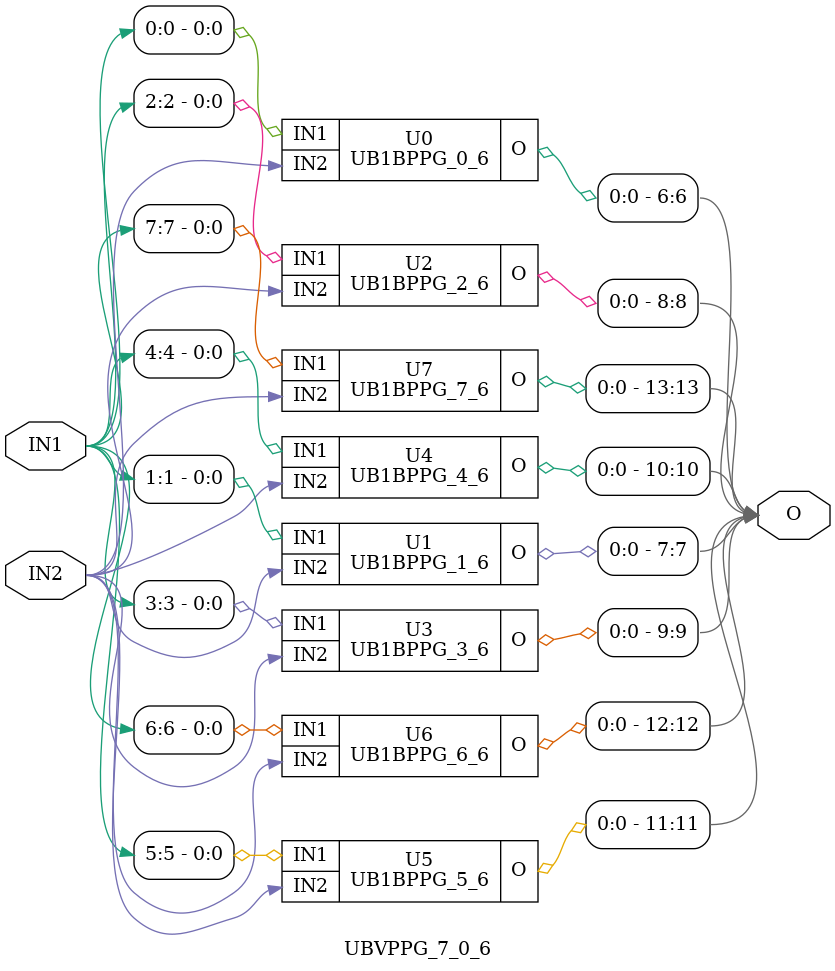
<source format=v>
/*----------------------------------------------------------------------------
  Copyright (c) 2019 Homma laboratory. All rights reserved.

  Top module: Multiplier_7_0_7_000

  Number system: Unsigned binary
  Multiplicand length: 8
  Multiplier length: 8
  Partial product generation: Simple PPG
  Partial product accumulation: Redundant binary addition tree
  Final stage addition: Ripple carry adder
----------------------------------------------------------------------------*/

module UB1BPPG_0_0(O, IN1, IN2);
  output O;
  input IN1;
  input IN2;
  assign O = IN1 & IN2;
endmodule

module UB1BPPG_1_0(O, IN1, IN2);
  output O;
  input IN1;
  input IN2;
  assign O = IN1 & IN2;
endmodule

module UB1BPPG_2_0(O, IN1, IN2);
  output O;
  input IN1;
  input IN2;
  assign O = IN1 & IN2;
endmodule

module UB1BPPG_3_0(O, IN1, IN2);
  output O;
  input IN1;
  input IN2;
  assign O = IN1 & IN2;
endmodule

module UB1BPPG_4_0(O, IN1, IN2);
  output O;
  input IN1;
  input IN2;
  assign O = IN1 & IN2;
endmodule

module UB1BPPG_5_0(O, IN1, IN2);
  output O;
  input IN1;
  input IN2;
  assign O = IN1 & IN2;
endmodule

module UB1BPPG_6_0(O, IN1, IN2);
  output O;
  input IN1;
  input IN2;
  assign O = IN1 & IN2;
endmodule

module UB1BPPG_7_0(O, IN1, IN2);
  output O;
  input IN1;
  input IN2;
  assign O = IN1 & IN2;
endmodule

module UB1BPPG_0_1(O, IN1, IN2);
  output O;
  input IN1;
  input IN2;
  assign O = IN1 & IN2;
endmodule

module UB1BPPG_1_1(O, IN1, IN2);
  output O;
  input IN1;
  input IN2;
  assign O = IN1 & IN2;
endmodule

module UB1BPPG_2_1(O, IN1, IN2);
  output O;
  input IN1;
  input IN2;
  assign O = IN1 & IN2;
endmodule

module UB1BPPG_3_1(O, IN1, IN2);
  output O;
  input IN1;
  input IN2;
  assign O = IN1 & IN2;
endmodule

module UB1BPPG_4_1(O, IN1, IN2);
  output O;
  input IN1;
  input IN2;
  assign O = IN1 & IN2;
endmodule

module UB1BPPG_5_1(O, IN1, IN2);
  output O;
  input IN1;
  input IN2;
  assign O = IN1 & IN2;
endmodule

module UB1BPPG_6_1(O, IN1, IN2);
  output O;
  input IN1;
  input IN2;
  assign O = IN1 & IN2;
endmodule

module UB1BPPG_7_1(O, IN1, IN2);
  output O;
  input IN1;
  input IN2;
  assign O = IN1 & IN2;
endmodule

module SignP_0(O);
  output O;
  assign O = 0;
endmodule

module BWCPN_1(O, I, S);
  output O;
  input I;
  input S;
  assign O = S ^ ( ~ I );
endmodule

module BWCPN_2(O, I, S);
  output O;
  input I;
  input S;
  assign O = S ^ ( ~ I );
endmodule

module BWCPN_3(O, I, S);
  output O;
  input I;
  input S;
  assign O = S ^ ( ~ I );
endmodule

module BWCPN_4(O, I, S);
  output O;
  input I;
  input S;
  assign O = S ^ ( ~ I );
endmodule

module BWCPN_5(O, I, S);
  output O;
  input I;
  input S;
  assign O = S ^ ( ~ I );
endmodule

module BWCPN_6(O, I, S);
  output O;
  input I;
  input S;
  assign O = S ^ ( ~ I );
endmodule

module BWCPN_7(O, I, S);
  output O;
  input I;
  input S;
  assign O = S ^ ( ~ I );
endmodule

module BWCPN_8(O, I, S);
  output O;
  input I;
  input S;
  assign O = S ^ ( ~ I );
endmodule

module NUBBBG_1(O, S);
  output O;
  input S;
  assign O = ~ S;
endmodule

module UBHBBG_9(O, S);
  output O;
  input S;
  assign O = ~ S;
endmodule

module UB1DCON_9(O, I);
  output O;
  input I;
  assign O = I;
endmodule

module UBZero_8_8(O);
  output [8:8] O;
  assign O[8] = 0;
endmodule

module UB1DCON_0(O, I);
  output O;
  input I;
  assign O = I;
endmodule

module UB1DCON_1(O, I);
  output O;
  input I;
  assign O = I;
endmodule

module UB1DCON_2(O, I);
  output O;
  input I;
  assign O = I;
endmodule

module UB1DCON_3(O, I);
  output O;
  input I;
  assign O = I;
endmodule

module UB1DCON_4(O, I);
  output O;
  input I;
  assign O = I;
endmodule

module UB1DCON_5(O, I);
  output O;
  input I;
  assign O = I;
endmodule

module UB1DCON_6(O, I);
  output O;
  input I;
  assign O = I;
endmodule

module UB1DCON_7(O, I);
  output O;
  input I;
  assign O = I;
endmodule

module NUBZero_9_9(O);
  output [9:9] O;
  assign O[9] = 0;
endmodule

module NUBZero_0_0(O);
  output [0:0] O;
  assign O[0] = 0;
endmodule

module NUB1DCON_9(O, I);
  output O;
  input I;
  assign O = I;
endmodule

module NUB1DCON_1(O, I);
  output O;
  input I;
  assign O = I;
endmodule

module NUB1DCON_2(O, I);
  output O;
  input I;
  assign O = I;
endmodule

module NUB1DCON_3(O, I);
  output O;
  input I;
  assign O = I;
endmodule

module NUB1DCON_4(O, I);
  output O;
  input I;
  assign O = I;
endmodule

module NUB1DCON_5(O, I);
  output O;
  input I;
  assign O = I;
endmodule

module NUB1DCON_6(O, I);
  output O;
  input I;
  assign O = I;
endmodule

module NUB1DCON_7(O, I);
  output O;
  input I;
  assign O = I;
endmodule

module NUB1DCON_8(O, I);
  output O;
  input I;
  assign O = I;
endmodule

module NUB1DCON_0(O, I);
  output O;
  input I;
  assign O = I;
endmodule

module SD2DigitCom_0(O_p, O_n, I_n, I_p);
  output O_p, O_n;
  input I_n;
  input I_p;
  assign O_p = I_p;
  assign O_n = I_n;
endmodule

module SD2DigitCom_1(O_p, O_n, I_n, I_p);
  output O_p, O_n;
  input I_n;
  input I_p;
  assign O_p = I_p;
  assign O_n = I_n;
endmodule

module SD2DigitCom_2(O_p, O_n, I_n, I_p);
  output O_p, O_n;
  input I_n;
  input I_p;
  assign O_p = I_p;
  assign O_n = I_n;
endmodule

module SD2DigitCom_3(O_p, O_n, I_n, I_p);
  output O_p, O_n;
  input I_n;
  input I_p;
  assign O_p = I_p;
  assign O_n = I_n;
endmodule

module SD2DigitCom_4(O_p, O_n, I_n, I_p);
  output O_p, O_n;
  input I_n;
  input I_p;
  assign O_p = I_p;
  assign O_n = I_n;
endmodule

module SD2DigitCom_5(O_p, O_n, I_n, I_p);
  output O_p, O_n;
  input I_n;
  input I_p;
  assign O_p = I_p;
  assign O_n = I_n;
endmodule

module SD2DigitCom_6(O_p, O_n, I_n, I_p);
  output O_p, O_n;
  input I_n;
  input I_p;
  assign O_p = I_p;
  assign O_n = I_n;
endmodule

module SD2DigitCom_7(O_p, O_n, I_n, I_p);
  output O_p, O_n;
  input I_n;
  input I_p;
  assign O_p = I_p;
  assign O_n = I_n;
endmodule

module SD2DigitCom_8(O_p, O_n, I_n, I_p);
  output O_p, O_n;
  input I_n;
  input I_p;
  assign O_p = I_p;
  assign O_n = I_n;
endmodule

module SD2DigitCom_9(O_p, O_n, I_n, I_p);
  output O_p, O_n;
  input I_n;
  input I_p;
  assign O_p = I_p;
  assign O_n = I_n;
endmodule

module UB1BPPG_0_2(O, IN1, IN2);
  output O;
  input IN1;
  input IN2;
  assign O = IN1 & IN2;
endmodule

module UB1BPPG_1_2(O, IN1, IN2);
  output O;
  input IN1;
  input IN2;
  assign O = IN1 & IN2;
endmodule

module UB1BPPG_2_2(O, IN1, IN2);
  output O;
  input IN1;
  input IN2;
  assign O = IN1 & IN2;
endmodule

module UB1BPPG_3_2(O, IN1, IN2);
  output O;
  input IN1;
  input IN2;
  assign O = IN1 & IN2;
endmodule

module UB1BPPG_4_2(O, IN1, IN2);
  output O;
  input IN1;
  input IN2;
  assign O = IN1 & IN2;
endmodule

module UB1BPPG_5_2(O, IN1, IN2);
  output O;
  input IN1;
  input IN2;
  assign O = IN1 & IN2;
endmodule

module UB1BPPG_6_2(O, IN1, IN2);
  output O;
  input IN1;
  input IN2;
  assign O = IN1 & IN2;
endmodule

module UB1BPPG_7_2(O, IN1, IN2);
  output O;
  input IN1;
  input IN2;
  assign O = IN1 & IN2;
endmodule

module UB1BPPG_0_3(O, IN1, IN2);
  output O;
  input IN1;
  input IN2;
  assign O = IN1 & IN2;
endmodule

module UB1BPPG_1_3(O, IN1, IN2);
  output O;
  input IN1;
  input IN2;
  assign O = IN1 & IN2;
endmodule

module UB1BPPG_2_3(O, IN1, IN2);
  output O;
  input IN1;
  input IN2;
  assign O = IN1 & IN2;
endmodule

module UB1BPPG_3_3(O, IN1, IN2);
  output O;
  input IN1;
  input IN2;
  assign O = IN1 & IN2;
endmodule

module UB1BPPG_4_3(O, IN1, IN2);
  output O;
  input IN1;
  input IN2;
  assign O = IN1 & IN2;
endmodule

module UB1BPPG_5_3(O, IN1, IN2);
  output O;
  input IN1;
  input IN2;
  assign O = IN1 & IN2;
endmodule

module UB1BPPG_6_3(O, IN1, IN2);
  output O;
  input IN1;
  input IN2;
  assign O = IN1 & IN2;
endmodule

module UB1BPPG_7_3(O, IN1, IN2);
  output O;
  input IN1;
  input IN2;
  assign O = IN1 & IN2;
endmodule

module BWCPN_9(O, I, S);
  output O;
  input I;
  input S;
  assign O = S ^ ( ~ I );
endmodule

module BWCPN_10(O, I, S);
  output O;
  input I;
  input S;
  assign O = S ^ ( ~ I );
endmodule

module NUBBBG_3(O, S);
  output O;
  input S;
  assign O = ~ S;
endmodule

module UBHBBG_11(O, S);
  output O;
  input S;
  assign O = ~ S;
endmodule

module UB1DCON_11(O, I);
  output O;
  input I;
  assign O = I;
endmodule

module UBZero_10_10(O);
  output [10:10] O;
  assign O[10] = 0;
endmodule

module UB1DCON_8(O, I);
  output O;
  input I;
  assign O = I;
endmodule

module NUBZero_11_11(O);
  output [11:11] O;
  assign O[11] = 0;
endmodule

module NUBZero_2_2(O);
  output [2:2] O;
  assign O[2] = 0;
endmodule

module NUB1DCON_11(O, I);
  output O;
  input I;
  assign O = I;
endmodule

module NUB1DCON_10(O, I);
  output O;
  input I;
  assign O = I;
endmodule

module SD2DigitCom_10(O_p, O_n, I_n, I_p);
  output O_p, O_n;
  input I_n;
  input I_p;
  assign O_p = I_p;
  assign O_n = I_n;
endmodule

module SD2DigitCom_11(O_p, O_n, I_n, I_p);
  output O_p, O_n;
  input I_n;
  input I_p;
  assign O_p = I_p;
  assign O_n = I_n;
endmodule

module UB1BPPG_0_4(O, IN1, IN2);
  output O;
  input IN1;
  input IN2;
  assign O = IN1 & IN2;
endmodule

module UB1BPPG_1_4(O, IN1, IN2);
  output O;
  input IN1;
  input IN2;
  assign O = IN1 & IN2;
endmodule

module UB1BPPG_2_4(O, IN1, IN2);
  output O;
  input IN1;
  input IN2;
  assign O = IN1 & IN2;
endmodule

module UB1BPPG_3_4(O, IN1, IN2);
  output O;
  input IN1;
  input IN2;
  assign O = IN1 & IN2;
endmodule

module UB1BPPG_4_4(O, IN1, IN2);
  output O;
  input IN1;
  input IN2;
  assign O = IN1 & IN2;
endmodule

module UB1BPPG_5_4(O, IN1, IN2);
  output O;
  input IN1;
  input IN2;
  assign O = IN1 & IN2;
endmodule

module UB1BPPG_6_4(O, IN1, IN2);
  output O;
  input IN1;
  input IN2;
  assign O = IN1 & IN2;
endmodule

module UB1BPPG_7_4(O, IN1, IN2);
  output O;
  input IN1;
  input IN2;
  assign O = IN1 & IN2;
endmodule

module UB1BPPG_0_5(O, IN1, IN2);
  output O;
  input IN1;
  input IN2;
  assign O = IN1 & IN2;
endmodule

module UB1BPPG_1_5(O, IN1, IN2);
  output O;
  input IN1;
  input IN2;
  assign O = IN1 & IN2;
endmodule

module UB1BPPG_2_5(O, IN1, IN2);
  output O;
  input IN1;
  input IN2;
  assign O = IN1 & IN2;
endmodule

module UB1BPPG_3_5(O, IN1, IN2);
  output O;
  input IN1;
  input IN2;
  assign O = IN1 & IN2;
endmodule

module UB1BPPG_4_5(O, IN1, IN2);
  output O;
  input IN1;
  input IN2;
  assign O = IN1 & IN2;
endmodule

module UB1BPPG_5_5(O, IN1, IN2);
  output O;
  input IN1;
  input IN2;
  assign O = IN1 & IN2;
endmodule

module UB1BPPG_6_5(O, IN1, IN2);
  output O;
  input IN1;
  input IN2;
  assign O = IN1 & IN2;
endmodule

module UB1BPPG_7_5(O, IN1, IN2);
  output O;
  input IN1;
  input IN2;
  assign O = IN1 & IN2;
endmodule

module BWCPN_11(O, I, S);
  output O;
  input I;
  input S;
  assign O = S ^ ( ~ I );
endmodule

module BWCPN_12(O, I, S);
  output O;
  input I;
  input S;
  assign O = S ^ ( ~ I );
endmodule

module NUBBBG_5(O, S);
  output O;
  input S;
  assign O = ~ S;
endmodule

module UBHBBG_13(O, S);
  output O;
  input S;
  assign O = ~ S;
endmodule

module UB1DCON_13(O, I);
  output O;
  input I;
  assign O = I;
endmodule

module UBZero_12_12(O);
  output [12:12] O;
  assign O[12] = 0;
endmodule

module UB1DCON_10(O, I);
  output O;
  input I;
  assign O = I;
endmodule

module NUBZero_13_13(O);
  output [13:13] O;
  assign O[13] = 0;
endmodule

module NUBZero_4_4(O);
  output [4:4] O;
  assign O[4] = 0;
endmodule

module NUB1DCON_13(O, I);
  output O;
  input I;
  assign O = I;
endmodule

module NUB1DCON_12(O, I);
  output O;
  input I;
  assign O = I;
endmodule

module SD2DigitCom_12(O_p, O_n, I_n, I_p);
  output O_p, O_n;
  input I_n;
  input I_p;
  assign O_p = I_p;
  assign O_n = I_n;
endmodule

module SD2DigitCom_13(O_p, O_n, I_n, I_p);
  output O_p, O_n;
  input I_n;
  input I_p;
  assign O_p = I_p;
  assign O_n = I_n;
endmodule

module UB1BPPG_0_6(O, IN1, IN2);
  output O;
  input IN1;
  input IN2;
  assign O = IN1 & IN2;
endmodule

module UB1BPPG_1_6(O, IN1, IN2);
  output O;
  input IN1;
  input IN2;
  assign O = IN1 & IN2;
endmodule

module UB1BPPG_2_6(O, IN1, IN2);
  output O;
  input IN1;
  input IN2;
  assign O = IN1 & IN2;
endmodule

module UB1BPPG_3_6(O, IN1, IN2);
  output O;
  input IN1;
  input IN2;
  assign O = IN1 & IN2;
endmodule

module UB1BPPG_4_6(O, IN1, IN2);
  output O;
  input IN1;
  input IN2;
  assign O = IN1 & IN2;
endmodule

module UB1BPPG_5_6(O, IN1, IN2);
  output O;
  input IN1;
  input IN2;
  assign O = IN1 & IN2;
endmodule

module UB1BPPG_6_6(O, IN1, IN2);
  output O;
  input IN1;
  input IN2;
  assign O = IN1 & IN2;
endmodule

module UB1BPPG_7_6(O, IN1, IN2);
  output O;
  input IN1;
  input IN2;
  assign O = IN1 & IN2;
endmodule

module UB1BPPG_0_7(O, IN1, IN2);
  output O;
  input IN1;
  input IN2;
  assign O = IN1 & IN2;
endmodule

module UB1BPPG_1_7(O, IN1, IN2);
  output O;
  input IN1;
  input IN2;
  assign O = IN1 & IN2;
endmodule

module UB1BPPG_2_7(O, IN1, IN2);
  output O;
  input IN1;
  input IN2;
  assign O = IN1 & IN2;
endmodule

module UB1BPPG_3_7(O, IN1, IN2);
  output O;
  input IN1;
  input IN2;
  assign O = IN1 & IN2;
endmodule

module UB1BPPG_4_7(O, IN1, IN2);
  output O;
  input IN1;
  input IN2;
  assign O = IN1 & IN2;
endmodule

module UB1BPPG_5_7(O, IN1, IN2);
  output O;
  input IN1;
  input IN2;
  assign O = IN1 & IN2;
endmodule

module UB1BPPG_6_7(O, IN1, IN2);
  output O;
  input IN1;
  input IN2;
  assign O = IN1 & IN2;
endmodule

module UB1BPPG_7_7(O, IN1, IN2);
  output O;
  input IN1;
  input IN2;
  assign O = IN1 & IN2;
endmodule

module BWCPN_13(O, I, S);
  output O;
  input I;
  input S;
  assign O = S ^ ( ~ I );
endmodule

module BWCPN_14(O, I, S);
  output O;
  input I;
  input S;
  assign O = S ^ ( ~ I );
endmodule

module NUBBBG_7(O, S);
  output O;
  input S;
  assign O = ~ S;
endmodule

module UBHBBG_15(O, S);
  output O;
  input S;
  assign O = ~ S;
endmodule

module UB1DCON_15(O, I);
  output O;
  input I;
  assign O = I;
endmodule

module UBZero_14_14(O);
  output [14:14] O;
  assign O[14] = 0;
endmodule

module UB1DCON_12(O, I);
  output O;
  input I;
  assign O = I;
endmodule

module NUBZero_15_15(O);
  output [15:15] O;
  assign O[15] = 0;
endmodule

module NUBZero_6_6(O);
  output [6:6] O;
  assign O[6] = 0;
endmodule

module NUB1DCON_15(O, I);
  output O;
  input I;
  assign O = I;
endmodule

module NUB1DCON_14(O, I);
  output O;
  input I;
  assign O = I;
endmodule

module SD2DigitCom_14(O_p, O_n, I_n, I_p);
  output O_p, O_n;
  input I_n;
  input I_p;
  assign O_p = I_p;
  assign O_n = I_n;
endmodule

module SD2DigitCom_15(O_p, O_n, I_n, I_p);
  output O_p, O_n;
  input I_n;
  input I_p;
  assign O_p = I_p;
  assign O_n = I_n;
endmodule

module NTCSD2Conv_8_1(O_p, O_n, I_T, I_R);
  output [8:1] O_p, O_n;
  input [7:1] I_R;
  input [8:8] I_T;
  assign O_p[8] = I_T;
  assign O_n[8] = 0;
  assign O_p[7] = 0;
  assign O_n[7] = I_R[7];
  assign O_p[6] = 0;
  assign O_n[6] = I_R[6];
  assign O_p[5] = 0;
  assign O_n[5] = I_R[5];
  assign O_p[4] = 0;
  assign O_n[4] = I_R[4];
  assign O_p[3] = 0;
  assign O_n[3] = I_R[3];
  assign O_p[2] = 0;
  assign O_n[2] = I_R[2];
  assign O_p[1] = 0;
  assign O_n[1] = I_R[1];
endmodule

module SD2_PN_A_Zero_11_000(O_p, O_n);
  output [11:10] O_p, O_n;
  assign O_p[10] = 0;
  assign O_n[10] = 0;
  assign O_p[11] = 0;
  assign O_n[11] = 0;
endmodule

module SD2_PN_A1DCON_10(O_p, O_n, I_p, I_n);
  output O_p, O_n;
  input I_p, I_n;
  assign O_p = I_p;
  assign O_n = I_n;
endmodule

module SD2_PN_A1DCON_11(O_p, O_n, I_p, I_n);
  output O_p, O_n;
  input I_p, I_n;
  assign O_p = I_p;
  assign O_n = I_n;
endmodule

module SD2_PN_A1DCON_0(O_p, O_n, I_p, I_n);
  output O_p, O_n;
  input I_p, I_n;
  assign O_p = I_p;
  assign O_n = I_n;
endmodule

module SD2_PN_A1DCON_1(O_p, O_n, I_p, I_n);
  output O_p, O_n;
  input I_p, I_n;
  assign O_p = I_p;
  assign O_n = I_n;
endmodule

module SD2_PN_A1DCON_2(O_p, O_n, I_p, I_n);
  output O_p, O_n;
  input I_p, I_n;
  assign O_p = I_p;
  assign O_n = I_n;
endmodule

module SD2_PN_A1DCON_3(O_p, O_n, I_p, I_n);
  output O_p, O_n;
  input I_p, I_n;
  assign O_p = I_p;
  assign O_n = I_n;
endmodule

module SD2_PN_A1DCON_4(O_p, O_n, I_p, I_n);
  output O_p, O_n;
  input I_p, I_n;
  assign O_p = I_p;
  assign O_n = I_n;
endmodule

module SD2_PN_A1DCON_5(O_p, O_n, I_p, I_n);
  output O_p, O_n;
  input I_p, I_n;
  assign O_p = I_p;
  assign O_n = I_n;
endmodule

module SD2_PN_A1DCON_6(O_p, O_n, I_p, I_n);
  output O_p, O_n;
  input I_p, I_n;
  assign O_p = I_p;
  assign O_n = I_n;
endmodule

module SD2_PN_A1DCON_7(O_p, O_n, I_p, I_n);
  output O_p, O_n;
  input I_p, I_n;
  assign O_p = I_p;
  assign O_n = I_n;
endmodule

module SD2_PN_A1DCON_8(O_p, O_n, I_p, I_n);
  output O_p, O_n;
  input I_p, I_n;
  assign O_p = I_p;
  assign O_n = I_n;
endmodule

module SD2_PN_A1DCON_9(O_p, O_n, I_p, I_n);
  output O_p, O_n;
  input I_p, I_n;
  assign O_p = I_p;
  assign O_n = I_n;
endmodule

module UBZero_2_2(O);
  output [2:2] O;
  assign O[2] = 0;
endmodule

module SD2DigitDecom_PN_000(X, Y, I_p, I_n);
  output [2:2] X;
  output [2:2] Y;
  input [2:2] I_p, I_n;
  assign X = ~ I_n[2];
  assign Y = I_p[2];
endmodule

module UBFA_2(C, S, X, Y, Z);
  output C;
  output S;
  input X;
  input Y;
  input Z;
  GTECH_ADD_ABC U0 (.A(X), .B(Y), .C(Z), .S(S), .COUT(C));
endmodule

module UBInv_3(O, I);
  output [3:3] O;
  input [3:3] I;
  assign O[3] = ~ I[3];
endmodule

module SD2DigitDecom_PN_001(X, Y, I_p, I_n);
  output [3:3] X;
  output [3:3] Y;
  input [3:3] I_p, I_n;
  assign X = ~ I_n[3];
  assign Y = I_p[3];
endmodule

module UBFA_3(C, S, X, Y, Z);
  output C;
  output S;
  input X;
  input Y;
  input Z;
  GTECH_ADD_ABC U0 (.A(X), .B(Y), .C(Z), .S(S), .COUT(C));
endmodule

module UBInv_4(O, I);
  output [4:4] O;
  input [4:4] I;
  assign O[4] = ~ I[4];
endmodule

module SD2DigitDecom_PN_002(X, Y, I_p, I_n);
  output [4:4] X;
  output [4:4] Y;
  input [4:4] I_p, I_n;
  assign X = ~ I_n[4];
  assign Y = I_p[4];
endmodule

module UBFA_4(C, S, X, Y, Z);
  output C;
  output S;
  input X;
  input Y;
  input Z;
  GTECH_ADD_ABC U0 (.A(X), .B(Y), .C(Z), .S(S), .COUT(C));
endmodule

module UBInv_5(O, I);
  output [5:5] O;
  input [5:5] I;
  assign O[5] = ~ I[5];
endmodule

module SD2DigitDecom_PN_003(X, Y, I_p, I_n);
  output [5:5] X;
  output [5:5] Y;
  input [5:5] I_p, I_n;
  assign X = ~ I_n[5];
  assign Y = I_p[5];
endmodule

module UBFA_5(C, S, X, Y, Z);
  output C;
  output S;
  input X;
  input Y;
  input Z;
  GTECH_ADD_ABC U0 (.A(X), .B(Y), .C(Z), .S(S), .COUT(C));
endmodule

module UBInv_6(O, I);
  output [6:6] O;
  input [6:6] I;
  assign O[6] = ~ I[6];
endmodule

module SD2DigitDecom_PN_004(X, Y, I_p, I_n);
  output [6:6] X;
  output [6:6] Y;
  input [6:6] I_p, I_n;
  assign X = ~ I_n[6];
  assign Y = I_p[6];
endmodule

module UBFA_6(C, S, X, Y, Z);
  output C;
  output S;
  input X;
  input Y;
  input Z;
  GTECH_ADD_ABC U0 (.A(X), .B(Y), .C(Z), .S(S), .COUT(C));
endmodule

module UBInv_7(O, I);
  output [7:7] O;
  input [7:7] I;
  assign O[7] = ~ I[7];
endmodule

module SD2DigitDecom_PN_005(X, Y, I_p, I_n);
  output [7:7] X;
  output [7:7] Y;
  input [7:7] I_p, I_n;
  assign X = ~ I_n[7];
  assign Y = I_p[7];
endmodule

module UBFA_7(C, S, X, Y, Z);
  output C;
  output S;
  input X;
  input Y;
  input Z;
  GTECH_ADD_ABC U0 (.A(X), .B(Y), .C(Z), .S(S), .COUT(C));
endmodule

module UBInv_8(O, I);
  output [8:8] O;
  input [8:8] I;
  assign O[8] = ~ I[8];
endmodule

module SD2DigitDecom_PN_006(X, Y, I_p, I_n);
  output [8:8] X;
  output [8:8] Y;
  input [8:8] I_p, I_n;
  assign X = ~ I_n[8];
  assign Y = I_p[8];
endmodule

module UBFA_8(C, S, X, Y, Z);
  output C;
  output S;
  input X;
  input Y;
  input Z;
  GTECH_ADD_ABC U0 (.A(X), .B(Y), .C(Z), .S(S), .COUT(C));
endmodule

module UBInv_9(O, I);
  output [9:9] O;
  input [9:9] I;
  assign O[9] = ~ I[9];
endmodule

module SD2DigitDecom_PN_007(X, Y, I_p, I_n);
  output [9:9] X;
  output [9:9] Y;
  input [9:9] I_p, I_n;
  assign X = ~ I_n[9];
  assign Y = I_p[9];
endmodule

module UBFA_9(C, S, X, Y, Z);
  output C;
  output S;
  input X;
  input Y;
  input Z;
  GTECH_ADD_ABC U0 (.A(X), .B(Y), .C(Z), .S(S), .COUT(C));
endmodule

module UBInv_10(O, I);
  output [10:10] O;
  input [10:10] I;
  assign O[10] = ~ I[10];
endmodule

module SD2DigitDecom_PN_008(X, Y, I_p, I_n);
  output [10:10] X;
  output [10:10] Y;
  input [10:10] I_p, I_n;
  assign X = ~ I_n[10];
  assign Y = I_p[10];
endmodule

module UBFA_10(C, S, X, Y, Z);
  output C;
  output S;
  input X;
  input Y;
  input Z;
  GTECH_ADD_ABC U0 (.A(X), .B(Y), .C(Z), .S(S), .COUT(C));
endmodule

module UBInv_11(O, I);
  output [11:11] O;
  input [11:11] I;
  assign O[11] = ~ I[11];
endmodule

module SD2DigitDecom_PN_009(X, Y, I_p, I_n);
  output [11:11] X;
  output [11:11] Y;
  input [11:11] I_p, I_n;
  assign X = ~ I_n[11];
  assign Y = I_p[11];
endmodule

module UBFA_11(C, S, X, Y, Z);
  output C;
  output S;
  input X;
  input Y;
  input Z;
  GTECH_ADD_ABC U0 (.A(X), .B(Y), .C(Z), .S(S), .COUT(C));
endmodule

module UBInv_12(O, I);
  output [12:12] O;
  input [12:12] I;
  assign O[12] = ~ I[12];
endmodule

module SD2_PN_A_Zero_13_000(O_p, O_n);
  output [13:13] O_p, O_n;
  assign O_p[13] = 0;
  assign O_n[13] = 0;
endmodule

module SD2_PN_A1DCON_13(O_p, O_n, I_p, I_n);
  output O_p, O_n;
  input I_p, I_n;
  assign O_p = I_p;
  assign O_n = I_n;
endmodule

module SD2_PN_A1DCON_12(O_p, O_n, I_p, I_n);
  output O_p, O_n;
  input I_p, I_n;
  assign O_p = I_p;
  assign O_n = I_n;
endmodule

module UBZero_4_4(O);
  output [4:4] O;
  assign O[4] = 0;
endmodule

module SD2DigitDecom_PN_010(X, Y, I_p, I_n);
  output [12:12] X;
  output [12:12] Y;
  input [12:12] I_p, I_n;
  assign X = ~ I_n[12];
  assign Y = I_p[12];
endmodule

module UBFA_12(C, S, X, Y, Z);
  output C;
  output S;
  input X;
  input Y;
  input Z;
  GTECH_ADD_ABC U0 (.A(X), .B(Y), .C(Z), .S(S), .COUT(C));
endmodule

module UBInv_13(O, I);
  output [13:13] O;
  input [13:13] I;
  assign O[13] = ~ I[13];
endmodule

module SD2DigitDecom_PN_011(X, Y, I_p, I_n);
  output [13:13] X;
  output [13:13] Y;
  input [13:13] I_p, I_n;
  assign X = ~ I_n[13];
  assign Y = I_p[13];
endmodule

module UBFA_13(C, S, X, Y, Z);
  output C;
  output S;
  input X;
  input Y;
  input Z;
  GTECH_ADD_ABC U0 (.A(X), .B(Y), .C(Z), .S(S), .COUT(C));
endmodule

module UBInv_14(O, I);
  output [14:14] O;
  input [14:14] I;
  assign O[14] = ~ I[14];
endmodule

module SD2_PN_A_Zero_15_000(O_p, O_n);
  output [15:9] O_p, O_n;
  assign O_p[9] = 0;
  assign O_n[9] = 0;
  assign O_p[10] = 0;
  assign O_n[10] = 0;
  assign O_p[11] = 0;
  assign O_n[11] = 0;
  assign O_p[12] = 0;
  assign O_n[12] = 0;
  assign O_p[13] = 0;
  assign O_n[13] = 0;
  assign O_p[14] = 0;
  assign O_n[14] = 0;
  assign O_p[15] = 0;
  assign O_n[15] = 0;
endmodule

module SD2_PN_A1DCON_14(O_p, O_n, I_p, I_n);
  output O_p, O_n;
  input I_p, I_n;
  assign O_p = I_p;
  assign O_n = I_n;
endmodule

module SD2_PN_A1DCON_15(O_p, O_n, I_p, I_n);
  output O_p, O_n;
  input I_p, I_n;
  assign O_p = I_p;
  assign O_n = I_n;
endmodule

module UBZero_6_6(O);
  output [6:6] O;
  assign O[6] = 0;
endmodule

module SD2DigitDecom_PN_012(X, Y, I_p, I_n);
  output [14:14] X;
  output [14:14] Y;
  input [14:14] I_p, I_n;
  assign X = ~ I_n[14];
  assign Y = I_p[14];
endmodule

module UBFA_14(C, S, X, Y, Z);
  output C;
  output S;
  input X;
  input Y;
  input Z;
  GTECH_ADD_ABC U0 (.A(X), .B(Y), .C(Z), .S(S), .COUT(C));
endmodule

module UBInv_15(O, I);
  output [15:15] O;
  input [15:15] I;
  assign O[15] = ~ I[15];
endmodule

module SD2DigitDecom_PN_013(X, Y, I_p, I_n);
  output [15:15] X;
  output [15:15] Y;
  input [15:15] I_p, I_n;
  assign X = ~ I_n[15];
  assign Y = I_p[15];
endmodule

module UBFA_15(C, S, X, Y, Z);
  output C;
  output S;
  input X;
  input Y;
  input Z;
  GTECH_ADD_ABC U0 (.A(X), .B(Y), .C(Z), .S(S), .COUT(C));
endmodule

module UBInv_16(O, I);
  output [16:16] O;
  input [16:16] I;
  assign O[16] = ~ I[16];
endmodule

module SD2DigitCom_16(O_p, O_n, I_n, I_p);
  output O_p, O_n;
  input I_n;
  input I_p;
  assign O_p = I_p;
  assign O_n = I_n;
endmodule

module SD2_PN_A_Zero_16_000(O_p, O_n);
  output [16:15] O_p, O_n;
  assign O_p[15] = 0;
  assign O_n[15] = 0;
  assign O_p[16] = 0;
  assign O_n[16] = 0;
endmodule

module SD2_PN_A1DCON_16(O_p, O_n, I_p, I_n);
  output O_p, O_n;
  input I_p, I_n;
  assign O_p = I_p;
  assign O_n = I_n;
endmodule

module UBZero_1_1(O);
  output [1:1] O;
  assign O[1] = 0;
endmodule

module NUBZero_1_1(O);
  output [1:1] O;
  assign O[1] = 0;
endmodule

module SD2DigitDecom_PN_014(X, Y, I_p, I_n);
  output [1:1] X;
  output [1:1] Y;
  input [1:1] I_p, I_n;
  assign X = ~ I_n[1];
  assign Y = I_p[1];
endmodule

module UBFA_1(C, S, X, Y, Z);
  output C;
  output S;
  input X;
  input Y;
  input Z;
  GTECH_ADD_ABC U0 (.A(X), .B(Y), .C(Z), .S(S), .COUT(C));
endmodule

module UBInv_2(O, I);
  output [2:2] O;
  input [2:2] I;
  assign O[2] = ~ I[2];
endmodule

module SD2DigitDecom_PN_015(X, Y, I_p, I_n);
  output [16:16] X;
  output [16:16] Y;
  input [16:16] I_p, I_n;
  assign X = ~ I_n[16];
  assign Y = I_p[16];
endmodule

module UBFA_16(C, S, X, Y, Z);
  output C;
  output S;
  input X;
  input Y;
  input Z;
  GTECH_ADD_ABC U0 (.A(X), .B(Y), .C(Z), .S(S), .COUT(C));
endmodule

module UBInv_17(O, I);
  output [17:17] O;
  input [17:17] I;
  assign O[17] = ~ I[17];
endmodule

module SD2DigitCom_17(O_p, O_n, I_n, I_p);
  output O_p, O_n;
  input I_n;
  input I_p;
  assign O_p = I_p;
  assign O_n = I_n;
endmodule

module SD2DigitDecom_PN_016(X, Y, I_p, I_n);
  output [0:0] X;
  output [0:0] Y;
  input [0:0] I_p, I_n;
  assign X = ~ I_n[0];
  assign Y = I_p[0];
endmodule

module SD2DigitDecom_PN_017(X, Y, I_p, I_n);
  output [17:17] X;
  output [17:17] Y;
  input [17:17] I_p, I_n;
  assign X = ~ I_n[17];
  assign Y = I_p[17];
endmodule

module UBOne_0(O);
  output O;
  assign O = 1;
endmodule

module UBFA_0(C, S, X, Y, Z);
  output C;
  output S;
  input X;
  input Y;
  input Z;
  GTECH_ADD_ABC U0 (.A(X), .B(Y), .C(Z), .S(S), .COUT(C));
endmodule

module UBFA_17(C, S, X, Y, Z);
  output C;
  output S;
  input X;
  input Y;
  input Z;
  GTECH_ADD_ABC U0 (.A(X), .B(Y), .C(Z), .S(S), .COUT(C));
endmodule

module UBInv_18(O, I);
  output [18:18] O;
  input [18:18] I;
  assign O[18] = ~ I[18];
endmodule

module TCCom_18_0(O, I1, I2);
  output [18:0] O;
  input [18:18] I1;
  input [17:0] I2;
  assign O[18] = I1;
  assign O[0] = I2[0];
  assign O[1] = I2[1];
  assign O[2] = I2[2];
  assign O[3] = I2[3];
  assign O[4] = I2[4];
  assign O[5] = I2[5];
  assign O[6] = I2[6];
  assign O[7] = I2[7];
  assign O[8] = I2[8];
  assign O[9] = I2[9];
  assign O[10] = I2[10];
  assign O[11] = I2[11];
  assign O[12] = I2[12];
  assign O[13] = I2[13];
  assign O[14] = I2[14];
  assign O[15] = I2[15];
  assign O[16] = I2[16];
  assign O[17] = I2[17];
endmodule

module Multiplier_7_0_7_000(P, IN1, IN2);
  output [15:0] P;
  input [7:0] IN1;
  input [7:0] IN2;
  wire [18:0] W;
  assign P[0] = W[0];
  assign P[1] = W[1];
  assign P[2] = W[2];
  assign P[3] = W[3];
  assign P[4] = W[4];
  assign P[5] = W[5];
  assign P[6] = W[6];
  assign P[7] = W[7];
  assign P[8] = W[8];
  assign P[9] = W[9];
  assign P[10] = W[10];
  assign P[11] = W[11];
  assign P[12] = W[12];
  assign P[13] = W[13];
  assign P[14] = W[14];
  assign P[15] = W[15];
  MultUB_STD_SD2RBT000 U0 (W, IN1, IN2);
endmodule

module MultUB_STD_SD2RBT000 (P, IN1, IN2);
  output [18:0] P;
  input [7:0] IN1;
  input [7:0] IN2;
  wire [9:0] PP0__dp, PP0__dn;
  wire [11:2] PP1__dp, PP1__dn;
  wire [13:4] PP2__dp, PP2__dn;
  wire [15:6] PP3__dp, PP3__dn;
  wire [8:1] PP4__dp, PP4__dn;
  wire [17:0] Z__dp, Z__dn;
  UBSPPG_7_0_7_0 U0 (PP0__dp, PP0__dn, PP1__dp, PP1__dn, PP2__dp, PP2__dn, PP3__dp, PP3__dn, PP4__dp, PP4__dn, IN1, IN2);
  SD2RBTR_9_0_11_2_000 U1 (Z__dp[17:0], Z__dn[17:0], PP0__dp, PP0__dn, PP1__dp, PP1__dn, PP2__dp, PP2__dn, PP3__dp, PP3__dn, PP4__dp, PP4__dn);
  SD2TCConv_RCA_17_000 U2 (P, Z__dp, Z__dn);
endmodule

module NUBCMBIN_11_11_10000 (O, IN0, IN1, IN2);
  output [11:2] O;
  input IN0;
  input [10:3] IN1;
  input IN2;
  NUB1DCON_11 U0 (O[11], IN0);
  NUBCON_10_3 U1 (O[10:3], IN1);
  NUB1DCON_2 U2 (O[2], IN2);
endmodule

module NUBCMBIN_13_13_12000 (O, IN0, IN1, IN2);
  output [13:4] O;
  input IN0;
  input [12:5] IN1;
  input IN2;
  NUB1DCON_13 U0 (O[13], IN0);
  NUBCON_12_5 U1 (O[12:5], IN1);
  NUB1DCON_4 U2 (O[4], IN2);
endmodule

module NUBCMBIN_15_15_14000 (O, IN0, IN1, IN2);
  output [15:6] O;
  input IN0;
  input [14:7] IN1;
  input IN2;
  NUB1DCON_15 U0 (O[15], IN0);
  NUBCON_14_7 U1 (O[14:7], IN1);
  NUB1DCON_6 U2 (O[6], IN2);
endmodule

module NUBCMBIN_7_7_5_5_000 (O, IN0, IN1, IN2, IN3);
  output [7:1] O;
  input IN0;
  input IN1;
  input IN2;
  input IN3;
  NUB1DCON_7 U0 (O[7], IN0);
  NUBZero_6_6 U1 (O[6]);
  NUB1DCON_5 U2 (O[5], IN1);
  NUBZero_4_4 U3 (O[4]);
  NUB1DCON_3 U4 (O[3], IN2);
  NUBZero_2_2 U5 (O[2]);
  NUB1DCON_1 U6 (O[1], IN3);
endmodule

module NUBCMBIN_9_9_8_1_000 (O, IN0, IN1, IN2);
  output [9:0] O;
  input IN0;
  input [8:1] IN1;
  input IN2;
  NUB1DCON_9 U0 (O[9], IN0);
  NUBCON_8_1 U1 (O[8:1], IN1);
  NUB1DCON_0 U2 (O[0], IN2);
endmodule

module NUBCON_10_3 (O, I);
  output [10:3] O;
  input [10:3] I;
  NUB1DCON_3 U0 (O[3], I[3]);
  NUB1DCON_4 U1 (O[4], I[4]);
  NUB1DCON_5 U2 (O[5], I[5]);
  NUB1DCON_6 U3 (O[6], I[6]);
  NUB1DCON_7 U4 (O[7], I[7]);
  NUB1DCON_8 U5 (O[8], I[8]);
  NUB1DCON_9 U6 (O[9], I[9]);
  NUB1DCON_10 U7 (O[10], I[10]);
endmodule

module NUBCON_12_5 (O, I);
  output [12:5] O;
  input [12:5] I;
  NUB1DCON_5 U0 (O[5], I[5]);
  NUB1DCON_6 U1 (O[6], I[6]);
  NUB1DCON_7 U2 (O[7], I[7]);
  NUB1DCON_8 U3 (O[8], I[8]);
  NUB1DCON_9 U4 (O[9], I[9]);
  NUB1DCON_10 U5 (O[10], I[10]);
  NUB1DCON_11 U6 (O[11], I[11]);
  NUB1DCON_12 U7 (O[12], I[12]);
endmodule

module NUBCON_14_7 (O, I);
  output [14:7] O;
  input [14:7] I;
  NUB1DCON_7 U0 (O[7], I[7]);
  NUB1DCON_8 U1 (O[8], I[8]);
  NUB1DCON_9 U2 (O[9], I[9]);
  NUB1DCON_10 U3 (O[10], I[10]);
  NUB1DCON_11 U4 (O[11], I[11]);
  NUB1DCON_12 U5 (O[12], I[12]);
  NUB1DCON_13 U6 (O[13], I[13]);
  NUB1DCON_14 U7 (O[14], I[14]);
endmodule

module NUBCON_8_1 (O, I);
  output [8:1] O;
  input [8:1] I;
  NUB1DCON_1 U0 (O[1], I[1]);
  NUB1DCON_2 U1 (O[2], I[2]);
  NUB1DCON_3 U2 (O[3], I[3]);
  NUB1DCON_4 U3 (O[4], I[4]);
  NUB1DCON_5 U4 (O[5], I[5]);
  NUB1DCON_6 U5 (O[6], I[6]);
  NUB1DCON_7 U6 (O[7], I[7]);
  NUB1DCON_8 U7 (O[8], I[8]);
endmodule

module SD2Decom_PN_17_0 (X, Y, I__dp, I__dn);
  output [17:0] X;
  output [17:0] Y;
  input [17:0] I__dp, I__dn;
  SD2DigitDecom_PN_016 U0 (X[0], Y[0], I__dp[0], I__dn[0]);
  SD2DigitDecom_PN_014 U1 (X[1], Y[1], I__dp[1], I__dn[1]);
  SD2DigitDecom_PN_000 U2 (X[2], Y[2], I__dp[2], I__dn[2]);
  SD2DigitDecom_PN_001 U3 (X[3], Y[3], I__dp[3], I__dn[3]);
  SD2DigitDecom_PN_002 U4 (X[4], Y[4], I__dp[4], I__dn[4]);
  SD2DigitDecom_PN_003 U5 (X[5], Y[5], I__dp[5], I__dn[5]);
  SD2DigitDecom_PN_004 U6 (X[6], Y[6], I__dp[6], I__dn[6]);
  SD2DigitDecom_PN_005 U7 (X[7], Y[7], I__dp[7], I__dn[7]);
  SD2DigitDecom_PN_006 U8 (X[8], Y[8], I__dp[8], I__dn[8]);
  SD2DigitDecom_PN_007 U9 (X[9], Y[9], I__dp[9], I__dn[9]);
  SD2DigitDecom_PN_008 U10 (X[10], Y[10], I__dp[10], I__dn[10]);
  SD2DigitDecom_PN_009 U11 (X[11], Y[11], I__dp[11], I__dn[11]);
  SD2DigitDecom_PN_010 U12 (X[12], Y[12], I__dp[12], I__dn[12]);
  SD2DigitDecom_PN_011 U13 (X[13], Y[13], I__dp[13], I__dn[13]);
  SD2DigitDecom_PN_012 U14 (X[14], Y[14], I__dp[14], I__dn[14]);
  SD2DigitDecom_PN_013 U15 (X[15], Y[15], I__dp[15], I__dn[15]);
  SD2DigitDecom_PN_015 U16 (X[16], Y[16], I__dp[16], I__dn[16]);
  SD2DigitDecom_PN_017 U17 (X[17], Y[17], I__dp[17], I__dn[17]);
endmodule

module SD2DigitRBA_1 (Z__dp, Z__dn, C1o, C2o, X__dp, X__dn, Y__dp, Y__dn, C1i, C2i);
  output C1o;
  output C2o;
  output Z__dp, Z__dn;
  input C1i;
  input C2i;
  input X__dp, X__dn;
  input Y__dp, Y__dn;
  wire C2;
  wire S1;
  wire S2;
  wire Xn;
  wire Xp;
  wire Yn;
  wire Yp;
  SD2DigitDecom_PN_014 U0 (Xn, Xp, X__dp, X__dn);
  SD2DigitDecom_PN_014 U1 (Yn, Yp, Y__dp, Y__dn);
  UBFA_1 U2 (C1o, S1, Xn, Xp, Yn);
  UBFA_1 U3 (C2, S2, C1i, S1, Yp);
  UBInv_2 U4 (C2o, C2);
  SD2DigitCom_1 U5 (Z__dp, Z__dn, C2i, S2);
endmodule

module SD2DigitRBA_10 (Z__dp, Z__dn, C1o, C2o, X__dp, X__dn, Y__dp, Y__dn, C1i, C2i);
  output C1o;
  output C2o;
  output Z__dp, Z__dn;
  input C1i;
  input C2i;
  input X__dp, X__dn;
  input Y__dp, Y__dn;
  wire C2;
  wire S1;
  wire S2;
  wire Xn;
  wire Xp;
  wire Yn;
  wire Yp;
  SD2DigitDecom_PN_008 U0 (Xn, Xp, X__dp, X__dn);
  SD2DigitDecom_PN_008 U1 (Yn, Yp, Y__dp, Y__dn);
  UBFA_10 U2 (C1o, S1, Xn, Xp, Yn);
  UBFA_10 U3 (C2, S2, C1i, S1, Yp);
  UBInv_11 U4 (C2o, C2);
  SD2DigitCom_10 U5 (Z__dp, Z__dn, C2i, S2);
endmodule

module SD2DigitRBA_11 (Z__dp, Z__dn, C1o, C2o, X__dp, X__dn, Y__dp, Y__dn, C1i, C2i);
  output C1o;
  output C2o;
  output Z__dp, Z__dn;
  input C1i;
  input C2i;
  input X__dp, X__dn;
  input Y__dp, Y__dn;
  wire C2;
  wire S1;
  wire S2;
  wire Xn;
  wire Xp;
  wire Yn;
  wire Yp;
  SD2DigitDecom_PN_009 U0 (Xn, Xp, X__dp, X__dn);
  SD2DigitDecom_PN_009 U1 (Yn, Yp, Y__dp, Y__dn);
  UBFA_11 U2 (C1o, S1, Xn, Xp, Yn);
  UBFA_11 U3 (C2, S2, C1i, S1, Yp);
  UBInv_12 U4 (C2o, C2);
  SD2DigitCom_11 U5 (Z__dp, Z__dn, C2i, S2);
endmodule

module SD2DigitRBA_12 (Z__dp, Z__dn, C1o, C2o, X__dp, X__dn, Y__dp, Y__dn, C1i, C2i);
  output C1o;
  output C2o;
  output Z__dp, Z__dn;
  input C1i;
  input C2i;
  input X__dp, X__dn;
  input Y__dp, Y__dn;
  wire C2;
  wire S1;
  wire S2;
  wire Xn;
  wire Xp;
  wire Yn;
  wire Yp;
  SD2DigitDecom_PN_010 U0 (Xn, Xp, X__dp, X__dn);
  SD2DigitDecom_PN_010 U1 (Yn, Yp, Y__dp, Y__dn);
  UBFA_12 U2 (C1o, S1, Xn, Xp, Yn);
  UBFA_12 U3 (C2, S2, C1i, S1, Yp);
  UBInv_13 U4 (C2o, C2);
  SD2DigitCom_12 U5 (Z__dp, Z__dn, C2i, S2);
endmodule

module SD2DigitRBA_13 (Z__dp, Z__dn, C1o, C2o, X__dp, X__dn, Y__dp, Y__dn, C1i, C2i);
  output C1o;
  output C2o;
  output Z__dp, Z__dn;
  input C1i;
  input C2i;
  input X__dp, X__dn;
  input Y__dp, Y__dn;
  wire C2;
  wire S1;
  wire S2;
  wire Xn;
  wire Xp;
  wire Yn;
  wire Yp;
  SD2DigitDecom_PN_011 U0 (Xn, Xp, X__dp, X__dn);
  SD2DigitDecom_PN_011 U1 (Yn, Yp, Y__dp, Y__dn);
  UBFA_13 U2 (C1o, S1, Xn, Xp, Yn);
  UBFA_13 U3 (C2, S2, C1i, S1, Yp);
  UBInv_14 U4 (C2o, C2);
  SD2DigitCom_13 U5 (Z__dp, Z__dn, C2i, S2);
endmodule

module SD2DigitRBA_14 (Z__dp, Z__dn, C1o, C2o, X__dp, X__dn, Y__dp, Y__dn, C1i, C2i);
  output C1o;
  output C2o;
  output Z__dp, Z__dn;
  input C1i;
  input C2i;
  input X__dp, X__dn;
  input Y__dp, Y__dn;
  wire C2;
  wire S1;
  wire S2;
  wire Xn;
  wire Xp;
  wire Yn;
  wire Yp;
  SD2DigitDecom_PN_012 U0 (Xn, Xp, X__dp, X__dn);
  SD2DigitDecom_PN_012 U1 (Yn, Yp, Y__dp, Y__dn);
  UBFA_14 U2 (C1o, S1, Xn, Xp, Yn);
  UBFA_14 U3 (C2, S2, C1i, S1, Yp);
  UBInv_15 U4 (C2o, C2);
  SD2DigitCom_14 U5 (Z__dp, Z__dn, C2i, S2);
endmodule

module SD2DigitRBA_15 (Z__dp, Z__dn, C1o, C2o, X__dp, X__dn, Y__dp, Y__dn, C1i, C2i);
  output C1o;
  output C2o;
  output Z__dp, Z__dn;
  input C1i;
  input C2i;
  input X__dp, X__dn;
  input Y__dp, Y__dn;
  wire C2;
  wire S1;
  wire S2;
  wire Xn;
  wire Xp;
  wire Yn;
  wire Yp;
  SD2DigitDecom_PN_013 U0 (Xn, Xp, X__dp, X__dn);
  SD2DigitDecom_PN_013 U1 (Yn, Yp, Y__dp, Y__dn);
  UBFA_15 U2 (C1o, S1, Xn, Xp, Yn);
  UBFA_15 U3 (C2, S2, C1i, S1, Yp);
  UBInv_16 U4 (C2o, C2);
  SD2DigitCom_15 U5 (Z__dp, Z__dn, C2i, S2);
endmodule

module SD2DigitRBA_16 (Z__dp, Z__dn, C1o, C2o, X__dp, X__dn, Y__dp, Y__dn, C1i, C2i);
  output C1o;
  output C2o;
  output Z__dp, Z__dn;
  input C1i;
  input C2i;
  input X__dp, X__dn;
  input Y__dp, Y__dn;
  wire C2;
  wire S1;
  wire S2;
  wire Xn;
  wire Xp;
  wire Yn;
  wire Yp;
  SD2DigitDecom_PN_015 U0 (Xn, Xp, X__dp, X__dn);
  SD2DigitDecom_PN_015 U1 (Yn, Yp, Y__dp, Y__dn);
  UBFA_16 U2 (C1o, S1, Xn, Xp, Yn);
  UBFA_16 U3 (C2, S2, C1i, S1, Yp);
  UBInv_17 U4 (C2o, C2);
  SD2DigitCom_16 U5 (Z__dp, Z__dn, C2i, S2);
endmodule

module SD2DigitRBA_2 (Z__dp, Z__dn, C1o, C2o, X__dp, X__dn, Y__dp, Y__dn, C1i, C2i);
  output C1o;
  output C2o;
  output Z__dp, Z__dn;
  input C1i;
  input C2i;
  input X__dp, X__dn;
  input Y__dp, Y__dn;
  wire C2;
  wire S1;
  wire S2;
  wire Xn;
  wire Xp;
  wire Yn;
  wire Yp;
  SD2DigitDecom_PN_000 U0 (Xn, Xp, X__dp, X__dn);
  SD2DigitDecom_PN_000 U1 (Yn, Yp, Y__dp, Y__dn);
  UBFA_2 U2 (C1o, S1, Xn, Xp, Yn);
  UBFA_2 U3 (C2, S2, C1i, S1, Yp);
  UBInv_3 U4 (C2o, C2);
  SD2DigitCom_2 U5 (Z__dp, Z__dn, C2i, S2);
endmodule

module SD2DigitRBA_3 (Z__dp, Z__dn, C1o, C2o, X__dp, X__dn, Y__dp, Y__dn, C1i, C2i);
  output C1o;
  output C2o;
  output Z__dp, Z__dn;
  input C1i;
  input C2i;
  input X__dp, X__dn;
  input Y__dp, Y__dn;
  wire C2;
  wire S1;
  wire S2;
  wire Xn;
  wire Xp;
  wire Yn;
  wire Yp;
  SD2DigitDecom_PN_001 U0 (Xn, Xp, X__dp, X__dn);
  SD2DigitDecom_PN_001 U1 (Yn, Yp, Y__dp, Y__dn);
  UBFA_3 U2 (C1o, S1, Xn, Xp, Yn);
  UBFA_3 U3 (C2, S2, C1i, S1, Yp);
  UBInv_4 U4 (C2o, C2);
  SD2DigitCom_3 U5 (Z__dp, Z__dn, C2i, S2);
endmodule

module SD2DigitRBA_4 (Z__dp, Z__dn, C1o, C2o, X__dp, X__dn, Y__dp, Y__dn, C1i, C2i);
  output C1o;
  output C2o;
  output Z__dp, Z__dn;
  input C1i;
  input C2i;
  input X__dp, X__dn;
  input Y__dp, Y__dn;
  wire C2;
  wire S1;
  wire S2;
  wire Xn;
  wire Xp;
  wire Yn;
  wire Yp;
  SD2DigitDecom_PN_002 U0 (Xn, Xp, X__dp, X__dn);
  SD2DigitDecom_PN_002 U1 (Yn, Yp, Y__dp, Y__dn);
  UBFA_4 U2 (C1o, S1, Xn, Xp, Yn);
  UBFA_4 U3 (C2, S2, C1i, S1, Yp);
  UBInv_5 U4 (C2o, C2);
  SD2DigitCom_4 U5 (Z__dp, Z__dn, C2i, S2);
endmodule

module SD2DigitRBA_5 (Z__dp, Z__dn, C1o, C2o, X__dp, X__dn, Y__dp, Y__dn, C1i, C2i);
  output C1o;
  output C2o;
  output Z__dp, Z__dn;
  input C1i;
  input C2i;
  input X__dp, X__dn;
  input Y__dp, Y__dn;
  wire C2;
  wire S1;
  wire S2;
  wire Xn;
  wire Xp;
  wire Yn;
  wire Yp;
  SD2DigitDecom_PN_003 U0 (Xn, Xp, X__dp, X__dn);
  SD2DigitDecom_PN_003 U1 (Yn, Yp, Y__dp, Y__dn);
  UBFA_5 U2 (C1o, S1, Xn, Xp, Yn);
  UBFA_5 U3 (C2, S2, C1i, S1, Yp);
  UBInv_6 U4 (C2o, C2);
  SD2DigitCom_5 U5 (Z__dp, Z__dn, C2i, S2);
endmodule

module SD2DigitRBA_6 (Z__dp, Z__dn, C1o, C2o, X__dp, X__dn, Y__dp, Y__dn, C1i, C2i);
  output C1o;
  output C2o;
  output Z__dp, Z__dn;
  input C1i;
  input C2i;
  input X__dp, X__dn;
  input Y__dp, Y__dn;
  wire C2;
  wire S1;
  wire S2;
  wire Xn;
  wire Xp;
  wire Yn;
  wire Yp;
  SD2DigitDecom_PN_004 U0 (Xn, Xp, X__dp, X__dn);
  SD2DigitDecom_PN_004 U1 (Yn, Yp, Y__dp, Y__dn);
  UBFA_6 U2 (C1o, S1, Xn, Xp, Yn);
  UBFA_6 U3 (C2, S2, C1i, S1, Yp);
  UBInv_7 U4 (C2o, C2);
  SD2DigitCom_6 U5 (Z__dp, Z__dn, C2i, S2);
endmodule

module SD2DigitRBA_7 (Z__dp, Z__dn, C1o, C2o, X__dp, X__dn, Y__dp, Y__dn, C1i, C2i);
  output C1o;
  output C2o;
  output Z__dp, Z__dn;
  input C1i;
  input C2i;
  input X__dp, X__dn;
  input Y__dp, Y__dn;
  wire C2;
  wire S1;
  wire S2;
  wire Xn;
  wire Xp;
  wire Yn;
  wire Yp;
  SD2DigitDecom_PN_005 U0 (Xn, Xp, X__dp, X__dn);
  SD2DigitDecom_PN_005 U1 (Yn, Yp, Y__dp, Y__dn);
  UBFA_7 U2 (C1o, S1, Xn, Xp, Yn);
  UBFA_7 U3 (C2, S2, C1i, S1, Yp);
  UBInv_8 U4 (C2o, C2);
  SD2DigitCom_7 U5 (Z__dp, Z__dn, C2i, S2);
endmodule

module SD2DigitRBA_8 (Z__dp, Z__dn, C1o, C2o, X__dp, X__dn, Y__dp, Y__dn, C1i, C2i);
  output C1o;
  output C2o;
  output Z__dp, Z__dn;
  input C1i;
  input C2i;
  input X__dp, X__dn;
  input Y__dp, Y__dn;
  wire C2;
  wire S1;
  wire S2;
  wire Xn;
  wire Xp;
  wire Yn;
  wire Yp;
  SD2DigitDecom_PN_006 U0 (Xn, Xp, X__dp, X__dn);
  SD2DigitDecom_PN_006 U1 (Yn, Yp, Y__dp, Y__dn);
  UBFA_8 U2 (C1o, S1, Xn, Xp, Yn);
  UBFA_8 U3 (C2, S2, C1i, S1, Yp);
  UBInv_9 U4 (C2o, C2);
  SD2DigitCom_8 U5 (Z__dp, Z__dn, C2i, S2);
endmodule

module SD2DigitRBA_9 (Z__dp, Z__dn, C1o, C2o, X__dp, X__dn, Y__dp, Y__dn, C1i, C2i);
  output C1o;
  output C2o;
  output Z__dp, Z__dn;
  input C1i;
  input C2i;
  input X__dp, X__dn;
  input Y__dp, Y__dn;
  wire C2;
  wire S1;
  wire S2;
  wire Xn;
  wire Xp;
  wire Yn;
  wire Yp;
  SD2DigitDecom_PN_007 U0 (Xn, Xp, X__dp, X__dn);
  SD2DigitDecom_PN_007 U1 (Yn, Yp, Y__dp, Y__dn);
  UBFA_9 U2 (C1o, S1, Xn, Xp, Yn);
  UBFA_9 U3 (C2, S2, C1i, S1, Yp);
  UBInv_10 U4 (C2o, C2);
  SD2DigitCom_9 U5 (Z__dp, Z__dn, C2i, S2);
endmodule

module SD2PureRBA_11_2 (Z__dp, Z__dn, X__dp, X__dn, Y__dp, Y__dn);
  output [12:2] Z__dp, Z__dn;
  input [11:2] X__dp, X__dn;
  input [11:2] Y__dp, Y__dn;
  wire C1_10;
  wire C1_11;
  wire C1_12;
  wire C1_3;
  wire C1_4;
  wire C1_5;
  wire C1_6;
  wire C1_7;
  wire C1_8;
  wire C1_9;
  wire C1i;
  wire C2_10;
  wire C2_11;
  wire C2_12;
  wire C2_3;
  wire C2_4;
  wire C2_5;
  wire C2_6;
  wire C2_7;
  wire C2_8;
  wire C2_9;
  wire C2i;
  UBZero_2_2 U0 (C1i);
  NUBZero_2_2 U1 (C2i);
  SD2DigitRBA_2 U2 (Z__dp[2], Z__dn[2], C1_3, C2_3, X__dp[2], X__dn[2], Y__dp[2], Y__dn[2], C1i, C2i);
  SD2DigitRBA_3 U3 (Z__dp[3], Z__dn[3], C1_4, C2_4, X__dp[3], X__dn[3], Y__dp[3], Y__dn[3], C1_3, C2_3);
  SD2DigitRBA_4 U4 (Z__dp[4], Z__dn[4], C1_5, C2_5, X__dp[4], X__dn[4], Y__dp[4], Y__dn[4], C1_4, C2_4);
  SD2DigitRBA_5 U5 (Z__dp[5], Z__dn[5], C1_6, C2_6, X__dp[5], X__dn[5], Y__dp[5], Y__dn[5], C1_5, C2_5);
  SD2DigitRBA_6 U6 (Z__dp[6], Z__dn[6], C1_7, C2_7, X__dp[6], X__dn[6], Y__dp[6], Y__dn[6], C1_6, C2_6);
  SD2DigitRBA_7 U7 (Z__dp[7], Z__dn[7], C1_8, C2_8, X__dp[7], X__dn[7], Y__dp[7], Y__dn[7], C1_7, C2_7);
  SD2DigitRBA_8 U8 (Z__dp[8], Z__dn[8], C1_9, C2_9, X__dp[8], X__dn[8], Y__dp[8], Y__dn[8], C1_8, C2_8);
  SD2DigitRBA_9 U9 (Z__dp[9], Z__dn[9], C1_10, C2_10, X__dp[9], X__dn[9], Y__dp[9], Y__dn[9], C1_9, C2_9);
  SD2DigitRBA_10 U10 (Z__dp[10], Z__dn[10], C1_11, C2_11, X__dp[10], X__dn[10], Y__dp[10], Y__dn[10], C1_10, C2_10);
  SD2DigitRBA_11 U11 (Z__dp[11], Z__dn[11], C1_12, C2_12, X__dp[11], X__dn[11], Y__dp[11], Y__dn[11], C1_11, C2_11);
  SD2DigitCom_12 U12 (Z__dp[12], Z__dn[12], C2_12, C1_12);
endmodule

module SD2PureRBA_13_4 (Z__dp, Z__dn, X__dp, X__dn, Y__dp, Y__dn);
  output [14:4] Z__dp, Z__dn;
  input [13:4] X__dp, X__dn;
  input [13:4] Y__dp, Y__dn;
  wire C1_10;
  wire C1_11;
  wire C1_12;
  wire C1_13;
  wire C1_14;
  wire C1_5;
  wire C1_6;
  wire C1_7;
  wire C1_8;
  wire C1_9;
  wire C1i;
  wire C2_10;
  wire C2_11;
  wire C2_12;
  wire C2_13;
  wire C2_14;
  wire C2_5;
  wire C2_6;
  wire C2_7;
  wire C2_8;
  wire C2_9;
  wire C2i;
  UBZero_4_4 U0 (C1i);
  NUBZero_4_4 U1 (C2i);
  SD2DigitRBA_4 U2 (Z__dp[4], Z__dn[4], C1_5, C2_5, X__dp[4], X__dn[4], Y__dp[4], Y__dn[4], C1i, C2i);
  SD2DigitRBA_5 U3 (Z__dp[5], Z__dn[5], C1_6, C2_6, X__dp[5], X__dn[5], Y__dp[5], Y__dn[5], C1_5, C2_5);
  SD2DigitRBA_6 U4 (Z__dp[6], Z__dn[6], C1_7, C2_7, X__dp[6], X__dn[6], Y__dp[6], Y__dn[6], C1_6, C2_6);
  SD2DigitRBA_7 U5 (Z__dp[7], Z__dn[7], C1_8, C2_8, X__dp[7], X__dn[7], Y__dp[7], Y__dn[7], C1_7, C2_7);
  SD2DigitRBA_8 U6 (Z__dp[8], Z__dn[8], C1_9, C2_9, X__dp[8], X__dn[8], Y__dp[8], Y__dn[8], C1_8, C2_8);
  SD2DigitRBA_9 U7 (Z__dp[9], Z__dn[9], C1_10, C2_10, X__dp[9], X__dn[9], Y__dp[9], Y__dn[9], C1_9, C2_9);
  SD2DigitRBA_10 U8 (Z__dp[10], Z__dn[10], C1_11, C2_11, X__dp[10], X__dn[10], Y__dp[10], Y__dn[10], C1_10, C2_10);
  SD2DigitRBA_11 U9 (Z__dp[11], Z__dn[11], C1_12, C2_12, X__dp[11], X__dn[11], Y__dp[11], Y__dn[11], C1_11, C2_11);
  SD2DigitRBA_12 U10 (Z__dp[12], Z__dn[12], C1_13, C2_13, X__dp[12], X__dn[12], Y__dp[12], Y__dn[12], C1_12, C2_12);
  SD2DigitRBA_13 U11 (Z__dp[13], Z__dn[13], C1_14, C2_14, X__dp[13], X__dn[13], Y__dp[13], Y__dn[13], C1_13, C2_13);
  SD2DigitCom_14 U12 (Z__dp[14], Z__dn[14], C2_14, C1_14);
endmodule

module SD2PureRBA_15_6 (Z__dp, Z__dn, X__dp, X__dn, Y__dp, Y__dn);
  output [16:6] Z__dp, Z__dn;
  input [15:6] X__dp, X__dn;
  input [15:6] Y__dp, Y__dn;
  wire C1_10;
  wire C1_11;
  wire C1_12;
  wire C1_13;
  wire C1_14;
  wire C1_15;
  wire C1_16;
  wire C1_7;
  wire C1_8;
  wire C1_9;
  wire C1i;
  wire C2_10;
  wire C2_11;
  wire C2_12;
  wire C2_13;
  wire C2_14;
  wire C2_15;
  wire C2_16;
  wire C2_7;
  wire C2_8;
  wire C2_9;
  wire C2i;
  UBZero_6_6 U0 (C1i);
  NUBZero_6_6 U1 (C2i);
  SD2DigitRBA_6 U2 (Z__dp[6], Z__dn[6], C1_7, C2_7, X__dp[6], X__dn[6], Y__dp[6], Y__dn[6], C1i, C2i);
  SD2DigitRBA_7 U3 (Z__dp[7], Z__dn[7], C1_8, C2_8, X__dp[7], X__dn[7], Y__dp[7], Y__dn[7], C1_7, C2_7);
  SD2DigitRBA_8 U4 (Z__dp[8], Z__dn[8], C1_9, C2_9, X__dp[8], X__dn[8], Y__dp[8], Y__dn[8], C1_8, C2_8);
  SD2DigitRBA_9 U5 (Z__dp[9], Z__dn[9], C1_10, C2_10, X__dp[9], X__dn[9], Y__dp[9], Y__dn[9], C1_9, C2_9);
  SD2DigitRBA_10 U6 (Z__dp[10], Z__dn[10], C1_11, C2_11, X__dp[10], X__dn[10], Y__dp[10], Y__dn[10], C1_10, C2_10);
  SD2DigitRBA_11 U7 (Z__dp[11], Z__dn[11], C1_12, C2_12, X__dp[11], X__dn[11], Y__dp[11], Y__dn[11], C1_11, C2_11);
  SD2DigitRBA_12 U8 (Z__dp[12], Z__dn[12], C1_13, C2_13, X__dp[12], X__dn[12], Y__dp[12], Y__dn[12], C1_12, C2_12);
  SD2DigitRBA_13 U9 (Z__dp[13], Z__dn[13], C1_14, C2_14, X__dp[13], X__dn[13], Y__dp[13], Y__dn[13], C1_13, C2_13);
  SD2DigitRBA_14 U10 (Z__dp[14], Z__dn[14], C1_15, C2_15, X__dp[14], X__dn[14], Y__dp[14], Y__dn[14], C1_14, C2_14);
  SD2DigitRBA_15 U11 (Z__dp[15], Z__dn[15], C1_16, C2_16, X__dp[15], X__dn[15], Y__dp[15], Y__dn[15], C1_15, C2_15);
  SD2DigitCom_16 U12 (Z__dp[16], Z__dn[16], C2_16, C1_16);
endmodule

module SD2PureRBA_16_1 (Z__dp, Z__dn, X__dp, X__dn, Y__dp, Y__dn);
  output [17:1] Z__dp, Z__dn;
  input [16:1] X__dp, X__dn;
  input [16:1] Y__dp, Y__dn;
  wire C1_10;
  wire C1_11;
  wire C1_12;
  wire C1_13;
  wire C1_14;
  wire C1_15;
  wire C1_16;
  wire C1_17;
  wire C1_2;
  wire C1_3;
  wire C1_4;
  wire C1_5;
  wire C1_6;
  wire C1_7;
  wire C1_8;
  wire C1_9;
  wire C1i;
  wire C2_10;
  wire C2_11;
  wire C2_12;
  wire C2_13;
  wire C2_14;
  wire C2_15;
  wire C2_16;
  wire C2_17;
  wire C2_2;
  wire C2_3;
  wire C2_4;
  wire C2_5;
  wire C2_6;
  wire C2_7;
  wire C2_8;
  wire C2_9;
  wire C2i;
  UBZero_1_1 U0 (C1i);
  NUBZero_1_1 U1 (C2i);
  SD2DigitRBA_1 U2 (Z__dp[1], Z__dn[1], C1_2, C2_2, X__dp[1], X__dn[1], Y__dp[1], Y__dn[1], C1i, C2i);
  SD2DigitRBA_2 U3 (Z__dp[2], Z__dn[2], C1_3, C2_3, X__dp[2], X__dn[2], Y__dp[2], Y__dn[2], C1_2, C2_2);
  SD2DigitRBA_3 U4 (Z__dp[3], Z__dn[3], C1_4, C2_4, X__dp[3], X__dn[3], Y__dp[3], Y__dn[3], C1_3, C2_3);
  SD2DigitRBA_4 U5 (Z__dp[4], Z__dn[4], C1_5, C2_5, X__dp[4], X__dn[4], Y__dp[4], Y__dn[4], C1_4, C2_4);
  SD2DigitRBA_5 U6 (Z__dp[5], Z__dn[5], C1_6, C2_6, X__dp[5], X__dn[5], Y__dp[5], Y__dn[5], C1_5, C2_5);
  SD2DigitRBA_6 U7 (Z__dp[6], Z__dn[6], C1_7, C2_7, X__dp[6], X__dn[6], Y__dp[6], Y__dn[6], C1_6, C2_6);
  SD2DigitRBA_7 U8 (Z__dp[7], Z__dn[7], C1_8, C2_8, X__dp[7], X__dn[7], Y__dp[7], Y__dn[7], C1_7, C2_7);
  SD2DigitRBA_8 U9 (Z__dp[8], Z__dn[8], C1_9, C2_9, X__dp[8], X__dn[8], Y__dp[8], Y__dn[8], C1_8, C2_8);
  SD2DigitRBA_9 U10 (Z__dp[9], Z__dn[9], C1_10, C2_10, X__dp[9], X__dn[9], Y__dp[9], Y__dn[9], C1_9, C2_9);
  SD2DigitRBA_10 U11 (Z__dp[10], Z__dn[10], C1_11, C2_11, X__dp[10], X__dn[10], Y__dp[10], Y__dn[10], C1_10, C2_10);
  SD2DigitRBA_11 U12 (Z__dp[11], Z__dn[11], C1_12, C2_12, X__dp[11], X__dn[11], Y__dp[11], Y__dn[11], C1_11, C2_11);
  SD2DigitRBA_12 U13 (Z__dp[12], Z__dn[12], C1_13, C2_13, X__dp[12], X__dn[12], Y__dp[12], Y__dn[12], C1_12, C2_12);
  SD2DigitRBA_13 U14 (Z__dp[13], Z__dn[13], C1_14, C2_14, X__dp[13], X__dn[13], Y__dp[13], Y__dn[13], C1_13, C2_13);
  SD2DigitRBA_14 U15 (Z__dp[14], Z__dn[14], C1_15, C2_15, X__dp[14], X__dn[14], Y__dp[14], Y__dn[14], C1_14, C2_14);
  SD2DigitRBA_15 U16 (Z__dp[15], Z__dn[15], C1_16, C2_16, X__dp[15], X__dn[15], Y__dp[15], Y__dn[15], C1_15, C2_15);
  SD2DigitRBA_16 U17 (Z__dp[16], Z__dn[16], C1_17, C2_17, X__dp[16], X__dn[16], Y__dp[16], Y__dn[16], C1_16, C2_16);
  SD2DigitCom_17 U18 (Z__dp[17], Z__dn[17], C2_17, C1_17);
endmodule

module SD2RBA_12_0_13_4 (Z__dp, Z__dn, X__dp, X__dn, Y__dp, Y__dn);
  output [14:0] Z__dp, Z__dn;
  input [12:0] X__dp, X__dn;
  input [13:4] Y__dp, Y__dn;
  wire [13:0] XX__dp, XX__dn;
  wire Zero__dp, Zero__dn;
  SD2_PN_A_Zero_13_000 U0 (Zero__dp, Zero__dn);
  SD2_PN_ACMBIN_13_000 U1 (XX__dp[13:0], XX__dn[13:0], Zero__dp, Zero__dn, X__dp[12:0], X__dn[12:0]);
  SD2PureRBA_13_4 U2 (Z__dp[14:4], Z__dn[14:4], XX__dp[13:4], XX__dn[13:4], Y__dp[13:4], Y__dn[13:4]);
  SD2_PN_ACON_3_0 U3 (Z__dp[3:0], Z__dn[3:0], XX__dp[3:0], XX__dn[3:0]);
endmodule

module SD2RBA_14_0_16_1 (Z__dp, Z__dn, X__dp, X__dn, Y__dp, Y__dn);
  output [17:0] Z__dp, Z__dn;
  input [14:0] X__dp, X__dn;
  input [16:1] Y__dp, Y__dn;
  wire [16:0] XX__dp, XX__dn;
  wire [16:15] Zero__dp, Zero__dn;
  SD2_PN_A_Zero_16_000 U0 (Zero__dp[16:15], Zero__dn[16:15]);
  SD2_PN_ACMBIN_16_000 U1 (XX__dp[16:0], XX__dn[16:0], Zero__dp[16:15], Zero__dn[16:15], X__dp[14:0], X__dn[14:0]);
  SD2PureRBA_16_1 U2 (Z__dp[17:1], Z__dn[17:1], XX__dp[16:1], XX__dn[16:1], Y__dp[16:1], Y__dn[16:1]);
  SD2_PN_A1DCON_0 U3 (Z__dp[0], Z__dn[0], XX__dp[0], XX__dn[0]);
endmodule

module SD2RBA_15_6_8_1 (Z__dp, Z__dn, X__dp, X__dn, Y__dp, Y__dn);
  output [16:1] Z__dp, Z__dn;
  input [15:6] X__dp, X__dn;
  input [8:1] Y__dp, Y__dn;
  wire [15:1] YY__dp, YY__dn;
  wire [15:9] Zero__dp, Zero__dn;
  SD2_PN_A_Zero_15_000 U0 (Zero__dp[15:9], Zero__dn[15:9]);
  SD2_PN_ACMBIN_15_000 U1 (YY__dp[15:1], YY__dn[15:1], Zero__dp[15:9], Zero__dn[15:9], Y__dp[8:1], Y__dn[8:1]);
  SD2PureRBA_15_6 U2 (Z__dp[16:6], Z__dn[16:6], X__dp[15:6], X__dn[15:6], YY__dp[15:6], YY__dn[15:6]);
  SD2_PN_ACON_5_1 U3 (Z__dp[5:1], Z__dn[5:1], YY__dp[5:1], YY__dn[5:1]);
endmodule

module SD2RBA_9_0_11_2 (Z__dp, Z__dn, X__dp, X__dn, Y__dp, Y__dn);
  output [12:0] Z__dp, Z__dn;
  input [9:0] X__dp, X__dn;
  input [11:2] Y__dp, Y__dn;
  wire [11:0] XX__dp, XX__dn;
  wire [11:10] Zero__dp, Zero__dn;
  SD2_PN_A_Zero_11_000 U0 (Zero__dp[11:10], Zero__dn[11:10]);
  SD2_PN_ACMBIN_11_000 U1 (XX__dp[11:0], XX__dn[11:0], Zero__dp[11:10], Zero__dn[11:10], X__dp[9:0], X__dn[9:0]);
  SD2PureRBA_11_2 U2 (Z__dp[12:2], Z__dn[12:2], XX__dp[11:2], XX__dn[11:2], Y__dp[11:2], Y__dn[11:2]);
  SD2_PN_ACON_1_0 U3 (Z__dp[1:0], Z__dn[1:0], XX__dp[1:0], XX__dn[1:0]);
endmodule

module SD2RBTR_9_0_11_2_000 (Z__dp, Z__dn, PP0__dp, PP0__dn, PP1__dp, PP1__dn, PP2__dp, PP2__dn, PP3__dp, PP3__dn, PP4__dp, PP4__dn);
  output [17:0] Z__dp, Z__dn;
  input [9:0] PP0__dp, PP0__dn;
  input [11:2] PP1__dp, PP1__dn;
  input [13:4] PP2__dp, PP2__dn;
  input [15:6] PP3__dp, PP3__dn;
  input [8:1] PP4__dp, PP4__dn;
  wire [12:0] W1_0__dp, W1_0__dn;
  wire [14:0] W2_1__dp, W2_1__dn;
  wire [16:1] W2_2__dp, W2_2__dn;
  SD2RBA_9_0_11_2 U0 (W1_0__dp[12:0], W1_0__dn[12:0], PP0__dp, PP0__dn, PP1__dp, PP1__dn);
  SD2RBA_12_0_13_4 U1 (W2_1__dp[14:0], W2_1__dn[14:0], W1_0__dp[12:0], W1_0__dn[12:0], PP2__dp, PP2__dn);
  SD2RBA_15_6_8_1 U2 (W2_2__dp[16:1], W2_2__dn[16:1], PP3__dp, PP3__dn, PP4__dp, PP4__dn);
  SD2RBA_14_0_16_1 U3 (Z__dp[17:0], Z__dn[17:0], W2_1__dp[14:0], W2_1__dn[14:0], W2_2__dp[16:1], W2_2__dn[16:1]);
endmodule

module SD2TCConv_RCA_17_000 (O, I__dp, I__dn);
  output [18:0] O;
  input [17:0] I__dp, I__dn;
  wire C;
  wire [18:0] S;
  wire [17:0] X;
  wire [17:0] Y;
  wire Z;
  SD2Decom_PN_17_0 U0 (X, Y, I__dp, I__dn);
  UBOne_0 U1 (C);
  UBPriRCA_17_0 U2 (S, X, Y, C);
  UBInv_18 U3 (Z, S[18]);
  TCCom_18_0 U4 (O, Z, S[17:0]);
endmodule

module SD2_PN_ACMBIN_11_000 (O__dp, O__dn, IN0__dp, IN0__dn, IN1__dp, IN1__dn);
  output [11:0] O__dp, O__dn;
  input [11:10] IN0__dp, IN0__dn;
  input [9:0] IN1__dp, IN1__dn;
  SD2_PN_ACON_11_10 U0 (O__dp[11:10], O__dn[11:10], IN0__dp, IN0__dn);
  SD2_PN_ACON_9_0 U1 (O__dp[9:0], O__dn[9:0], IN1__dp, IN1__dn);
endmodule

module SD2_PN_ACMBIN_13_000 (O__dp, O__dn, IN0__dp, IN0__dn, IN1__dp, IN1__dn);
  output [13:0] O__dp, O__dn;
  input IN0__dp, IN0__dn;
  input [12:0] IN1__dp, IN1__dn;
  SD2_PN_A1DCON_13 U0 (O__dp[13], O__dn[13], IN0__dp, IN0__dn);
  SD2_PN_ACON_12_0 U1 (O__dp[12:0], O__dn[12:0], IN1__dp, IN1__dn);
endmodule

module SD2_PN_ACMBIN_15_000 (O__dp, O__dn, IN0__dp, IN0__dn, IN1__dp, IN1__dn);
  output [15:1] O__dp, O__dn;
  input [15:9] IN0__dp, IN0__dn;
  input [8:1] IN1__dp, IN1__dn;
  SD2_PN_ACON_15_9 U0 (O__dp[15:9], O__dn[15:9], IN0__dp, IN0__dn);
  SD2_PN_ACON_8_1 U1 (O__dp[8:1], O__dn[8:1], IN1__dp, IN1__dn);
endmodule

module SD2_PN_ACMBIN_16_000 (O__dp, O__dn, IN0__dp, IN0__dn, IN1__dp, IN1__dn);
  output [16:0] O__dp, O__dn;
  input [16:15] IN0__dp, IN0__dn;
  input [14:0] IN1__dp, IN1__dn;
  SD2_PN_ACON_16_15 U0 (O__dp[16:15], O__dn[16:15], IN0__dp, IN0__dn);
  SD2_PN_ACON_14_0 U1 (O__dp[14:0], O__dn[14:0], IN1__dp, IN1__dn);
endmodule

module SD2_PN_ACON_11_10 (O__dp, O__dn, I__dp, I__dn);
  output [11:10] O__dp, O__dn;
  input [11:10] I__dp, I__dn;
  SD2_PN_A1DCON_10 U0 (O__dp[10], O__dn[10], I__dp[10], I__dn[10]);
  SD2_PN_A1DCON_11 U1 (O__dp[11], O__dn[11], I__dp[11], I__dn[11]);
endmodule

module SD2_PN_ACON_12_0 (O__dp, O__dn, I__dp, I__dn);
  output [12:0] O__dp, O__dn;
  input [12:0] I__dp, I__dn;
  SD2_PN_A1DCON_0 U0 (O__dp[0], O__dn[0], I__dp[0], I__dn[0]);
  SD2_PN_A1DCON_1 U1 (O__dp[1], O__dn[1], I__dp[1], I__dn[1]);
  SD2_PN_A1DCON_2 U2 (O__dp[2], O__dn[2], I__dp[2], I__dn[2]);
  SD2_PN_A1DCON_3 U3 (O__dp[3], O__dn[3], I__dp[3], I__dn[3]);
  SD2_PN_A1DCON_4 U4 (O__dp[4], O__dn[4], I__dp[4], I__dn[4]);
  SD2_PN_A1DCON_5 U5 (O__dp[5], O__dn[5], I__dp[5], I__dn[5]);
  SD2_PN_A1DCON_6 U6 (O__dp[6], O__dn[6], I__dp[6], I__dn[6]);
  SD2_PN_A1DCON_7 U7 (O__dp[7], O__dn[7], I__dp[7], I__dn[7]);
  SD2_PN_A1DCON_8 U8 (O__dp[8], O__dn[8], I__dp[8], I__dn[8]);
  SD2_PN_A1DCON_9 U9 (O__dp[9], O__dn[9], I__dp[9], I__dn[9]);
  SD2_PN_A1DCON_10 U10 (O__dp[10], O__dn[10], I__dp[10], I__dn[10]);
  SD2_PN_A1DCON_11 U11 (O__dp[11], O__dn[11], I__dp[11], I__dn[11]);
  SD2_PN_A1DCON_12 U12 (O__dp[12], O__dn[12], I__dp[12], I__dn[12]);
endmodule

module SD2_PN_ACON_14_0 (O__dp, O__dn, I__dp, I__dn);
  output [14:0] O__dp, O__dn;
  input [14:0] I__dp, I__dn;
  SD2_PN_A1DCON_0 U0 (O__dp[0], O__dn[0], I__dp[0], I__dn[0]);
  SD2_PN_A1DCON_1 U1 (O__dp[1], O__dn[1], I__dp[1], I__dn[1]);
  SD2_PN_A1DCON_2 U2 (O__dp[2], O__dn[2], I__dp[2], I__dn[2]);
  SD2_PN_A1DCON_3 U3 (O__dp[3], O__dn[3], I__dp[3], I__dn[3]);
  SD2_PN_A1DCON_4 U4 (O__dp[4], O__dn[4], I__dp[4], I__dn[4]);
  SD2_PN_A1DCON_5 U5 (O__dp[5], O__dn[5], I__dp[5], I__dn[5]);
  SD2_PN_A1DCON_6 U6 (O__dp[6], O__dn[6], I__dp[6], I__dn[6]);
  SD2_PN_A1DCON_7 U7 (O__dp[7], O__dn[7], I__dp[7], I__dn[7]);
  SD2_PN_A1DCON_8 U8 (O__dp[8], O__dn[8], I__dp[8], I__dn[8]);
  SD2_PN_A1DCON_9 U9 (O__dp[9], O__dn[9], I__dp[9], I__dn[9]);
  SD2_PN_A1DCON_10 U10 (O__dp[10], O__dn[10], I__dp[10], I__dn[10]);
  SD2_PN_A1DCON_11 U11 (O__dp[11], O__dn[11], I__dp[11], I__dn[11]);
  SD2_PN_A1DCON_12 U12 (O__dp[12], O__dn[12], I__dp[12], I__dn[12]);
  SD2_PN_A1DCON_13 U13 (O__dp[13], O__dn[13], I__dp[13], I__dn[13]);
  SD2_PN_A1DCON_14 U14 (O__dp[14], O__dn[14], I__dp[14], I__dn[14]);
endmodule

module SD2_PN_ACON_15_9 (O__dp, O__dn, I__dp, I__dn);
  output [15:9] O__dp, O__dn;
  input [15:9] I__dp, I__dn;
  SD2_PN_A1DCON_9 U0 (O__dp[9], O__dn[9], I__dp[9], I__dn[9]);
  SD2_PN_A1DCON_10 U1 (O__dp[10], O__dn[10], I__dp[10], I__dn[10]);
  SD2_PN_A1DCON_11 U2 (O__dp[11], O__dn[11], I__dp[11], I__dn[11]);
  SD2_PN_A1DCON_12 U3 (O__dp[12], O__dn[12], I__dp[12], I__dn[12]);
  SD2_PN_A1DCON_13 U4 (O__dp[13], O__dn[13], I__dp[13], I__dn[13]);
  SD2_PN_A1DCON_14 U5 (O__dp[14], O__dn[14], I__dp[14], I__dn[14]);
  SD2_PN_A1DCON_15 U6 (O__dp[15], O__dn[15], I__dp[15], I__dn[15]);
endmodule

module SD2_PN_ACON_16_15 (O__dp, O__dn, I__dp, I__dn);
  output [16:15] O__dp, O__dn;
  input [16:15] I__dp, I__dn;
  SD2_PN_A1DCON_15 U0 (O__dp[15], O__dn[15], I__dp[15], I__dn[15]);
  SD2_PN_A1DCON_16 U1 (O__dp[16], O__dn[16], I__dp[16], I__dn[16]);
endmodule

module SD2_PN_ACON_1_0 (O__dp, O__dn, I__dp, I__dn);
  output [1:0] O__dp, O__dn;
  input [1:0] I__dp, I__dn;
  SD2_PN_A1DCON_0 U0 (O__dp[0], O__dn[0], I__dp[0], I__dn[0]);
  SD2_PN_A1DCON_1 U1 (O__dp[1], O__dn[1], I__dp[1], I__dn[1]);
endmodule

module SD2_PN_ACON_3_0 (O__dp, O__dn, I__dp, I__dn);
  output [3:0] O__dp, O__dn;
  input [3:0] I__dp, I__dn;
  SD2_PN_A1DCON_0 U0 (O__dp[0], O__dn[0], I__dp[0], I__dn[0]);
  SD2_PN_A1DCON_1 U1 (O__dp[1], O__dn[1], I__dp[1], I__dn[1]);
  SD2_PN_A1DCON_2 U2 (O__dp[2], O__dn[2], I__dp[2], I__dn[2]);
  SD2_PN_A1DCON_3 U3 (O__dp[3], O__dn[3], I__dp[3], I__dn[3]);
endmodule

module SD2_PN_ACON_5_1 (O__dp, O__dn, I__dp, I__dn);
  output [5:1] O__dp, O__dn;
  input [5:1] I__dp, I__dn;
  SD2_PN_A1DCON_1 U0 (O__dp[1], O__dn[1], I__dp[1], I__dn[1]);
  SD2_PN_A1DCON_2 U1 (O__dp[2], O__dn[2], I__dp[2], I__dn[2]);
  SD2_PN_A1DCON_3 U2 (O__dp[3], O__dn[3], I__dp[3], I__dn[3]);
  SD2_PN_A1DCON_4 U3 (O__dp[4], O__dn[4], I__dp[4], I__dn[4]);
  SD2_PN_A1DCON_5 U4 (O__dp[5], O__dn[5], I__dp[5], I__dn[5]);
endmodule

module SD2_PN_ACON_8_1 (O__dp, O__dn, I__dp, I__dn);
  output [8:1] O__dp, O__dn;
  input [8:1] I__dp, I__dn;
  SD2_PN_A1DCON_1 U0 (O__dp[1], O__dn[1], I__dp[1], I__dn[1]);
  SD2_PN_A1DCON_2 U1 (O__dp[2], O__dn[2], I__dp[2], I__dn[2]);
  SD2_PN_A1DCON_3 U2 (O__dp[3], O__dn[3], I__dp[3], I__dn[3]);
  SD2_PN_A1DCON_4 U3 (O__dp[4], O__dn[4], I__dp[4], I__dn[4]);
  SD2_PN_A1DCON_5 U4 (O__dp[5], O__dn[5], I__dp[5], I__dn[5]);
  SD2_PN_A1DCON_6 U5 (O__dp[6], O__dn[6], I__dp[6], I__dn[6]);
  SD2_PN_A1DCON_7 U6 (O__dp[7], O__dn[7], I__dp[7], I__dn[7]);
  SD2_PN_A1DCON_8 U7 (O__dp[8], O__dn[8], I__dp[8], I__dn[8]);
endmodule

module SD2_PN_ACON_9_0 (O__dp, O__dn, I__dp, I__dn);
  output [9:0] O__dp, O__dn;
  input [9:0] I__dp, I__dn;
  SD2_PN_A1DCON_0 U0 (O__dp[0], O__dn[0], I__dp[0], I__dn[0]);
  SD2_PN_A1DCON_1 U1 (O__dp[1], O__dn[1], I__dp[1], I__dn[1]);
  SD2_PN_A1DCON_2 U2 (O__dp[2], O__dn[2], I__dp[2], I__dn[2]);
  SD2_PN_A1DCON_3 U3 (O__dp[3], O__dn[3], I__dp[3], I__dn[3]);
  SD2_PN_A1DCON_4 U4 (O__dp[4], O__dn[4], I__dp[4], I__dn[4]);
  SD2_PN_A1DCON_5 U5 (O__dp[5], O__dn[5], I__dp[5], I__dn[5]);
  SD2_PN_A1DCON_6 U6 (O__dp[6], O__dn[6], I__dp[6], I__dn[6]);
  SD2_PN_A1DCON_7 U7 (O__dp[7], O__dn[7], I__dp[7], I__dn[7]);
  SD2_PN_A1DCON_8 U8 (O__dp[8], O__dn[8], I__dp[8], I__dn[8]);
  SD2_PN_A1DCON_9 U9 (O__dp[9], O__dn[9], I__dp[9], I__dn[9]);
endmodule

module UBCMBIN_11_11_9_2 (O, IN0, IN1);
  output [11:2] O;
  input IN0;
  input [9:2] IN1;
  UB1DCON_11 U0 (O[11], IN0);
  UBZero_10_10 U1 (O[10]);
  UBCON_9_2 U2 (O[9:2], IN1);
endmodule

module UBCMBIN_13_13_11_000 (O, IN0, IN1);
  output [13:4] O;
  input IN0;
  input [11:4] IN1;
  UB1DCON_13 U0 (O[13], IN0);
  UBZero_12_12 U1 (O[12]);
  UBCON_11_4 U2 (O[11:4], IN1);
endmodule

module UBCMBIN_15_15_13_000 (O, IN0, IN1);
  output [15:6] O;
  input IN0;
  input [13:6] IN1;
  UB1DCON_15 U0 (O[15], IN0);
  UBZero_14_14 U1 (O[14]);
  UBCON_13_6 U2 (O[13:6], IN1);
endmodule

module UBCMBIN_9_9_7_0 (O, IN0, IN1);
  output [9:0] O;
  input IN0;
  input [7:0] IN1;
  UB1DCON_9 U0 (O[9], IN0);
  UBZero_8_8 U1 (O[8]);
  UBCON_7_0 U2 (O[7:0], IN1);
endmodule

module UBCON_11_4 (O, I);
  output [11:4] O;
  input [11:4] I;
  UB1DCON_4 U0 (O[4], I[4]);
  UB1DCON_5 U1 (O[5], I[5]);
  UB1DCON_6 U2 (O[6], I[6]);
  UB1DCON_7 U3 (O[7], I[7]);
  UB1DCON_8 U4 (O[8], I[8]);
  UB1DCON_9 U5 (O[9], I[9]);
  UB1DCON_10 U6 (O[10], I[10]);
  UB1DCON_11 U7 (O[11], I[11]);
endmodule

module UBCON_13_6 (O, I);
  output [13:6] O;
  input [13:6] I;
  UB1DCON_6 U0 (O[6], I[6]);
  UB1DCON_7 U1 (O[7], I[7]);
  UB1DCON_8 U2 (O[8], I[8]);
  UB1DCON_9 U3 (O[9], I[9]);
  UB1DCON_10 U4 (O[10], I[10]);
  UB1DCON_11 U5 (O[11], I[11]);
  UB1DCON_12 U6 (O[12], I[12]);
  UB1DCON_13 U7 (O[13], I[13]);
endmodule

module UBCON_7_0 (O, I);
  output [7:0] O;
  input [7:0] I;
  UB1DCON_0 U0 (O[0], I[0]);
  UB1DCON_1 U1 (O[1], I[1]);
  UB1DCON_2 U2 (O[2], I[2]);
  UB1DCON_3 U3 (O[3], I[3]);
  UB1DCON_4 U4 (O[4], I[4]);
  UB1DCON_5 U5 (O[5], I[5]);
  UB1DCON_6 U6 (O[6], I[6]);
  UB1DCON_7 U7 (O[7], I[7]);
endmodule

module UBCON_9_2 (O, I);
  output [9:2] O;
  input [9:2] I;
  UB1DCON_2 U0 (O[2], I[2]);
  UB1DCON_3 U1 (O[3], I[3]);
  UB1DCON_4 U2 (O[4], I[4]);
  UB1DCON_5 U3 (O[5], I[5]);
  UB1DCON_6 U4 (O[6], I[6]);
  UB1DCON_7 U5 (O[7], I[7]);
  UB1DCON_8 U6 (O[8], I[8]);
  UB1DCON_9 U7 (O[9], I[9]);
endmodule

module UBMinusVPPG_7_0_1 (P, PP, C, I1, I2);
  output C;
  output P;
  output [8:1] PP;
  input [7:0] I1;
  input I2;
  wire S;
  wire [8:1] W;
  UB1BPPG_0_1 U0 (W[1], I1[0], I2);
  UB1BPPG_1_1 U1 (W[2], I1[1], I2);
  UB1BPPG_2_1 U2 (W[3], I1[2], I2);
  UB1BPPG_3_1 U3 (W[4], I1[3], I2);
  UB1BPPG_4_1 U4 (W[5], I1[4], I2);
  UB1BPPG_5_1 U5 (W[6], I1[5], I2);
  UB1BPPG_6_1 U6 (W[7], I1[6], I2);
  UB1BPPG_7_1 U7 (W[8], I1[7], I2);
  SignP_0 U8 (S);
  UBNUBWCON_8_1 U9 (PP, W, S);
  NUBBBG_1 U10 (C, S);
  UBHBBG_9 U11 (P, S);
endmodule

module UBMinusVPPG_7_0_3 (P, PP, C, I1, I2);
  output C;
  output P;
  output [10:3] PP;
  input [7:0] I1;
  input I2;
  wire S;
  wire [10:3] W;
  UB1BPPG_0_3 U0 (W[3], I1[0], I2);
  UB1BPPG_1_3 U1 (W[4], I1[1], I2);
  UB1BPPG_2_3 U2 (W[5], I1[2], I2);
  UB1BPPG_3_3 U3 (W[6], I1[3], I2);
  UB1BPPG_4_3 U4 (W[7], I1[4], I2);
  UB1BPPG_5_3 U5 (W[8], I1[5], I2);
  UB1BPPG_6_3 U6 (W[9], I1[6], I2);
  UB1BPPG_7_3 U7 (W[10], I1[7], I2);
  SignP_0 U8 (S);
  UBNUBWCON_10_3 U9 (PP, W, S);
  NUBBBG_3 U10 (C, S);
  UBHBBG_11 U11 (P, S);
endmodule

module UBMinusVPPG_7_0_5 (P, PP, C, I1, I2);
  output C;
  output P;
  output [12:5] PP;
  input [7:0] I1;
  input I2;
  wire S;
  wire [12:5] W;
  UB1BPPG_0_5 U0 (W[5], I1[0], I2);
  UB1BPPG_1_5 U1 (W[6], I1[1], I2);
  UB1BPPG_2_5 U2 (W[7], I1[2], I2);
  UB1BPPG_3_5 U3 (W[8], I1[3], I2);
  UB1BPPG_4_5 U4 (W[9], I1[4], I2);
  UB1BPPG_5_5 U5 (W[10], I1[5], I2);
  UB1BPPG_6_5 U6 (W[11], I1[6], I2);
  UB1BPPG_7_5 U7 (W[12], I1[7], I2);
  SignP_0 U8 (S);
  UBNUBWCON_12_5 U9 (PP, W, S);
  NUBBBG_5 U10 (C, S);
  UBHBBG_13 U11 (P, S);
endmodule

module UBMinusVPPG_7_0_7 (P, PP, C, I1, I2);
  output C;
  output P;
  output [14:7] PP;
  input [7:0] I1;
  input I2;
  wire S;
  wire [14:7] W;
  UB1BPPG_0_7 U0 (W[7], I1[0], I2);
  UB1BPPG_1_7 U1 (W[8], I1[1], I2);
  UB1BPPG_2_7 U2 (W[9], I1[2], I2);
  UB1BPPG_3_7 U3 (W[10], I1[3], I2);
  UB1BPPG_4_7 U4 (W[11], I1[4], I2);
  UB1BPPG_5_7 U5 (W[12], I1[5], I2);
  UB1BPPG_6_7 U6 (W[13], I1[6], I2);
  UB1BPPG_7_7 U7 (W[14], I1[7], I2);
  SignP_0 U8 (S);
  UBNUBWCON_14_7 U9 (PP, W, S);
  NUBBBG_7 U10 (C, S);
  UBHBBG_15 U11 (P, S);
endmodule

module UBNUBWCON_10_3 (O, I, S);
  output [10:3] O;
  input [10:3] I;
  input S;
  BWCPN_3 U0 (O[3], I[3], S);
  BWCPN_4 U1 (O[4], I[4], S);
  BWCPN_5 U2 (O[5], I[5], S);
  BWCPN_6 U3 (O[6], I[6], S);
  BWCPN_7 U4 (O[7], I[7], S);
  BWCPN_8 U5 (O[8], I[8], S);
  BWCPN_9 U6 (O[9], I[9], S);
  BWCPN_10 U7 (O[10], I[10], S);
endmodule

module UBNUBWCON_12_5 (O, I, S);
  output [12:5] O;
  input [12:5] I;
  input S;
  BWCPN_5 U0 (O[5], I[5], S);
  BWCPN_6 U1 (O[6], I[6], S);
  BWCPN_7 U2 (O[7], I[7], S);
  BWCPN_8 U3 (O[8], I[8], S);
  BWCPN_9 U4 (O[9], I[9], S);
  BWCPN_10 U5 (O[10], I[10], S);
  BWCPN_11 U6 (O[11], I[11], S);
  BWCPN_12 U7 (O[12], I[12], S);
endmodule

module UBNUBWCON_14_7 (O, I, S);
  output [14:7] O;
  input [14:7] I;
  input S;
  BWCPN_7 U0 (O[7], I[7], S);
  BWCPN_8 U1 (O[8], I[8], S);
  BWCPN_9 U2 (O[9], I[9], S);
  BWCPN_10 U3 (O[10], I[10], S);
  BWCPN_11 U4 (O[11], I[11], S);
  BWCPN_12 U5 (O[12], I[12], S);
  BWCPN_13 U6 (O[13], I[13], S);
  BWCPN_14 U7 (O[14], I[14], S);
endmodule

module UBNUBWCON_8_1 (O, I, S);
  output [8:1] O;
  input [8:1] I;
  input S;
  BWCPN_1 U0 (O[1], I[1], S);
  BWCPN_2 U1 (O[2], I[2], S);
  BWCPN_3 U2 (O[3], I[3], S);
  BWCPN_4 U3 (O[4], I[4], S);
  BWCPN_5 U4 (O[5], I[5], S);
  BWCPN_6 U5 (O[6], I[6], S);
  BWCPN_7 U6 (O[7], I[7], S);
  BWCPN_8 U7 (O[8], I[8], S);
endmodule

module UBNUB_SD2Comp_11_000 (O__dp, O__dn, I_p, I_n);
  output [11:2] O__dp, O__dn;
  input [10:3] I_n;
  input [11:2] I_p;
  wire [11:2] N;
  wire Z_h;
  wire Z_l;
  NUBZero_11_11 U0 (Z_h);
  NUBZero_2_2 U1 (Z_l);
  NUBCMBIN_11_11_10000 U2 (N, Z_h, I_n, Z_l);
  UBNUB_SD2PriComp_001 U3 (O__dp, O__dn, I_p, N);
endmodule

module UBNUB_SD2Comp_13_000 (O__dp, O__dn, I_p, I_n);
  output [13:4] O__dp, O__dn;
  input [12:5] I_n;
  input [13:4] I_p;
  wire [13:4] N;
  wire Z_h;
  wire Z_l;
  NUBZero_13_13 U0 (Z_h);
  NUBZero_4_4 U1 (Z_l);
  NUBCMBIN_13_13_12000 U2 (N, Z_h, I_n, Z_l);
  UBNUB_SD2PriComp_002 U3 (O__dp, O__dn, I_p, N);
endmodule

module UBNUB_SD2Comp_15_000 (O__dp, O__dn, I_p, I_n);
  output [15:6] O__dp, O__dn;
  input [14:7] I_n;
  input [15:6] I_p;
  wire [15:6] N;
  wire Z_h;
  wire Z_l;
  NUBZero_15_15 U0 (Z_h);
  NUBZero_6_6 U1 (Z_l);
  NUBCMBIN_15_15_14000 U2 (N, Z_h, I_n, Z_l);
  UBNUB_SD2PriComp_003 U3 (O__dp, O__dn, I_p, N);
endmodule

module UBNUB_SD2Comp_9_0000 (O__dp, O__dn, I_p, I_n);
  output [9:0] O__dp, O__dn;
  input [8:1] I_n;
  input [9:0] I_p;
  wire [9:0] N;
  wire Z_h;
  wire Z_l;
  NUBZero_9_9 U0 (Z_h);
  NUBZero_0_0 U1 (Z_l);
  NUBCMBIN_9_9_8_1_000 U2 (N, Z_h, I_n, Z_l);
  UBNUB_SD2PriComp_000 U3 (O__dp, O__dn, I_p, N);
endmodule

module UBNUB_SD2PriComp_000 (O__dp, O__dn, I_p, I_n);
  output [9:0] O__dp, O__dn;
  input [9:0] I_n;
  input [9:0] I_p;
  SD2DigitCom_0 U0 (O__dp[0], O__dn[0], I_n[0], I_p[0]);
  SD2DigitCom_1 U1 (O__dp[1], O__dn[1], I_n[1], I_p[1]);
  SD2DigitCom_2 U2 (O__dp[2], O__dn[2], I_n[2], I_p[2]);
  SD2DigitCom_3 U3 (O__dp[3], O__dn[3], I_n[3], I_p[3]);
  SD2DigitCom_4 U4 (O__dp[4], O__dn[4], I_n[4], I_p[4]);
  SD2DigitCom_5 U5 (O__dp[5], O__dn[5], I_n[5], I_p[5]);
  SD2DigitCom_6 U6 (O__dp[6], O__dn[6], I_n[6], I_p[6]);
  SD2DigitCom_7 U7 (O__dp[7], O__dn[7], I_n[7], I_p[7]);
  SD2DigitCom_8 U8 (O__dp[8], O__dn[8], I_n[8], I_p[8]);
  SD2DigitCom_9 U9 (O__dp[9], O__dn[9], I_n[9], I_p[9]);
endmodule

module UBNUB_SD2PriComp_001 (O__dp, O__dn, I_p, I_n);
  output [11:2] O__dp, O__dn;
  input [11:2] I_n;
  input [11:2] I_p;
  SD2DigitCom_2 U0 (O__dp[2], O__dn[2], I_n[2], I_p[2]);
  SD2DigitCom_3 U1 (O__dp[3], O__dn[3], I_n[3], I_p[3]);
  SD2DigitCom_4 U2 (O__dp[4], O__dn[4], I_n[4], I_p[4]);
  SD2DigitCom_5 U3 (O__dp[5], O__dn[5], I_n[5], I_p[5]);
  SD2DigitCom_6 U4 (O__dp[6], O__dn[6], I_n[6], I_p[6]);
  SD2DigitCom_7 U5 (O__dp[7], O__dn[7], I_n[7], I_p[7]);
  SD2DigitCom_8 U6 (O__dp[8], O__dn[8], I_n[8], I_p[8]);
  SD2DigitCom_9 U7 (O__dp[9], O__dn[9], I_n[9], I_p[9]);
  SD2DigitCom_10 U8 (O__dp[10], O__dn[10], I_n[10], I_p[10]);
  SD2DigitCom_11 U9 (O__dp[11], O__dn[11], I_n[11], I_p[11]);
endmodule

module UBNUB_SD2PriComp_002 (O__dp, O__dn, I_p, I_n);
  output [13:4] O__dp, O__dn;
  input [13:4] I_n;
  input [13:4] I_p;
  SD2DigitCom_4 U0 (O__dp[4], O__dn[4], I_n[4], I_p[4]);
  SD2DigitCom_5 U1 (O__dp[5], O__dn[5], I_n[5], I_p[5]);
  SD2DigitCom_6 U2 (O__dp[6], O__dn[6], I_n[6], I_p[6]);
  SD2DigitCom_7 U3 (O__dp[7], O__dn[7], I_n[7], I_p[7]);
  SD2DigitCom_8 U4 (O__dp[8], O__dn[8], I_n[8], I_p[8]);
  SD2DigitCom_9 U5 (O__dp[9], O__dn[9], I_n[9], I_p[9]);
  SD2DigitCom_10 U6 (O__dp[10], O__dn[10], I_n[10], I_p[10]);
  SD2DigitCom_11 U7 (O__dp[11], O__dn[11], I_n[11], I_p[11]);
  SD2DigitCom_12 U8 (O__dp[12], O__dn[12], I_n[12], I_p[12]);
  SD2DigitCom_13 U9 (O__dp[13], O__dn[13], I_n[13], I_p[13]);
endmodule

module UBNUB_SD2PriComp_003 (O__dp, O__dn, I_p, I_n);
  output [15:6] O__dp, O__dn;
  input [15:6] I_n;
  input [15:6] I_p;
  SD2DigitCom_6 U0 (O__dp[6], O__dn[6], I_n[6], I_p[6]);
  SD2DigitCom_7 U1 (O__dp[7], O__dn[7], I_n[7], I_p[7]);
  SD2DigitCom_8 U2 (O__dp[8], O__dn[8], I_n[8], I_p[8]);
  SD2DigitCom_9 U3 (O__dp[9], O__dn[9], I_n[9], I_p[9]);
  SD2DigitCom_10 U4 (O__dp[10], O__dn[10], I_n[10], I_p[10]);
  SD2DigitCom_11 U5 (O__dp[11], O__dn[11], I_n[11], I_p[11]);
  SD2DigitCom_12 U6 (O__dp[12], O__dn[12], I_n[12], I_p[12]);
  SD2DigitCom_13 U7 (O__dp[13], O__dn[13], I_n[13], I_p[13]);
  SD2DigitCom_14 U8 (O__dp[14], O__dn[14], I_n[14], I_p[14]);
  SD2DigitCom_15 U9 (O__dp[15], O__dn[15], I_n[15], I_p[15]);
endmodule

module UBPriRCA_17_0 (S, X, Y, Cin);
  output [18:0] S;
  input Cin;
  input [17:0] X;
  input [17:0] Y;
  wire C1;
  wire C10;
  wire C11;
  wire C12;
  wire C13;
  wire C14;
  wire C15;
  wire C16;
  wire C17;
  wire C2;
  wire C3;
  wire C4;
  wire C5;
  wire C6;
  wire C7;
  wire C8;
  wire C9;
  UBFA_0 U0 (C1, S[0], X[0], Y[0], Cin);
  UBFA_1 U1 (C2, S[1], X[1], Y[1], C1);
  UBFA_2 U2 (C3, S[2], X[2], Y[2], C2);
  UBFA_3 U3 (C4, S[3], X[3], Y[3], C3);
  UBFA_4 U4 (C5, S[4], X[4], Y[4], C4);
  UBFA_5 U5 (C6, S[5], X[5], Y[5], C5);
  UBFA_6 U6 (C7, S[6], X[6], Y[6], C6);
  UBFA_7 U7 (C8, S[7], X[7], Y[7], C7);
  UBFA_8 U8 (C9, S[8], X[8], Y[8], C8);
  UBFA_9 U9 (C10, S[9], X[9], Y[9], C9);
  UBFA_10 U10 (C11, S[10], X[10], Y[10], C10);
  UBFA_11 U11 (C12, S[11], X[11], Y[11], C11);
  UBFA_12 U12 (C13, S[12], X[12], Y[12], C12);
  UBFA_13 U13 (C14, S[13], X[13], Y[13], C13);
  UBFA_14 U14 (C15, S[14], X[14], Y[14], C14);
  UBFA_15 U15 (C16, S[15], X[15], Y[15], C15);
  UBFA_16 U16 (C17, S[16], X[16], Y[16], C16);
  UBFA_17 U17 (S[18], S[17], X[17], Y[17], C17);
endmodule

module UBSPPG_7_0_7_0 (PP0__dp, PP0__dn, PP1__dp, PP1__dn, PP2__dp, PP2__dn, PP3__dp, PP3__dn, PP4__dp, PP4__dn, I1, I2);
  output [9:0] PP0__dp, PP0__dn;
  output [11:2] PP1__dp, PP1__dn;
  output [13:4] PP2__dp, PP2__dn;
  output [15:6] PP3__dp, PP3__dn;
  output [8:1] PP4__dp, PP4__dn;
  input [7:0] I1;
  input [7:0] I2;
  wire [7:1] MI_B;
  wire NCO0;
  wire NCO1;
  wire NCO2;
  wire NCO3;
  wire [8:1] NPP0;
  wire [10:3] NPP1;
  wire [12:5] NPP2;
  wire [14:7] NPP3;
  wire POG0;
  wire POG1;
  wire POG2;
  wire POG3;
  wire [7:0] PPP0;
  wire [9:2] PPP1;
  wire [11:4] PPP2;
  wire [13:6] PPP3;
  wire [9:0] PP_p0;
  wire [11:2] PP_p1;
  wire [13:4] PP_p2;
  wire [15:6] PP_p3;
  wire ZE;
  UBVPPG_7_0_0 U0 (PPP0, I1, I2[0]);
  UBMinusVPPG_7_0_1 U1 (POG0, NPP0, NCO0, I1, I2[1]);
  UBCMBIN_9_9_7_0 U2 (PP_p0, POG0, PPP0);
  UBNUB_SD2Comp_9_0000 U3 (PP0__dp[9:0], PP0__dn[9:0], PP_p0, NPP0);
  UBVPPG_7_0_2 U4 (PPP1, I1, I2[2]);
  UBMinusVPPG_7_0_3 U5 (POG1, NPP1, NCO1, I1, I2[3]);
  UBCMBIN_11_11_9_2 U6 (PP_p1, POG1, PPP1);
  UBNUB_SD2Comp_11_000 U7 (PP1__dp[11:2], PP1__dn[11:2], PP_p1, NPP1);
  UBVPPG_7_0_4 U8 (PPP2, I1, I2[4]);
  UBMinusVPPG_7_0_5 U9 (POG2, NPP2, NCO2, I1, I2[5]);
  UBCMBIN_13_13_11_000 U10 (PP_p2, POG2, PPP2);
  UBNUB_SD2Comp_13_000 U11 (PP2__dp[13:4], PP2__dn[13:4], PP_p2, NPP2);
  UBVPPG_7_0_6 U12 (PPP3, I1, I2[6]);
  UBMinusVPPG_7_0_7 U13 (POG3, NPP3, NCO3, I1, I2[7]);
  UBCMBIN_15_15_13_000 U14 (PP_p3, POG3, PPP3);
  UBNUB_SD2Comp_15_000 U15 (PP3__dp[15:6], PP3__dn[15:6], PP_p3, NPP3);
  NUBCMBIN_7_7_5_5_000 U16 (MI_B, NCO3, NCO2, NCO1, NCO0);
  UBZero_8_8 U17 (ZE);
  NTCSD2Conv_8_1 U18 (PP4__dp[8:1], PP4__dn[8:1], ZE, MI_B);
endmodule

module UBVPPG_7_0_0 (O, IN1, IN2);
  output [7:0] O;
  input [7:0] IN1;
  input IN2;
  UB1BPPG_0_0 U0 (O[0], IN1[0], IN2);
  UB1BPPG_1_0 U1 (O[1], IN1[1], IN2);
  UB1BPPG_2_0 U2 (O[2], IN1[2], IN2);
  UB1BPPG_3_0 U3 (O[3], IN1[3], IN2);
  UB1BPPG_4_0 U4 (O[4], IN1[4], IN2);
  UB1BPPG_5_0 U5 (O[5], IN1[5], IN2);
  UB1BPPG_6_0 U6 (O[6], IN1[6], IN2);
  UB1BPPG_7_0 U7 (O[7], IN1[7], IN2);
endmodule

module UBVPPG_7_0_2 (O, IN1, IN2);
  output [9:2] O;
  input [7:0] IN1;
  input IN2;
  UB1BPPG_0_2 U0 (O[2], IN1[0], IN2);
  UB1BPPG_1_2 U1 (O[3], IN1[1], IN2);
  UB1BPPG_2_2 U2 (O[4], IN1[2], IN2);
  UB1BPPG_3_2 U3 (O[5], IN1[3], IN2);
  UB1BPPG_4_2 U4 (O[6], IN1[4], IN2);
  UB1BPPG_5_2 U5 (O[7], IN1[5], IN2);
  UB1BPPG_6_2 U6 (O[8], IN1[6], IN2);
  UB1BPPG_7_2 U7 (O[9], IN1[7], IN2);
endmodule

module UBVPPG_7_0_4 (O, IN1, IN2);
  output [11:4] O;
  input [7:0] IN1;
  input IN2;
  UB1BPPG_0_4 U0 (O[4], IN1[0], IN2);
  UB1BPPG_1_4 U1 (O[5], IN1[1], IN2);
  UB1BPPG_2_4 U2 (O[6], IN1[2], IN2);
  UB1BPPG_3_4 U3 (O[7], IN1[3], IN2);
  UB1BPPG_4_4 U4 (O[8], IN1[4], IN2);
  UB1BPPG_5_4 U5 (O[9], IN1[5], IN2);
  UB1BPPG_6_4 U6 (O[10], IN1[6], IN2);
  UB1BPPG_7_4 U7 (O[11], IN1[7], IN2);
endmodule

module UBVPPG_7_0_6 (O, IN1, IN2);
  output [13:6] O;
  input [7:0] IN1;
  input IN2;
  UB1BPPG_0_6 U0 (O[6], IN1[0], IN2);
  UB1BPPG_1_6 U1 (O[7], IN1[1], IN2);
  UB1BPPG_2_6 U2 (O[8], IN1[2], IN2);
  UB1BPPG_3_6 U3 (O[9], IN1[3], IN2);
  UB1BPPG_4_6 U4 (O[10], IN1[4], IN2);
  UB1BPPG_5_6 U5 (O[11], IN1[5], IN2);
  UB1BPPG_6_6 U6 (O[12], IN1[6], IN2);
  UB1BPPG_7_6 U7 (O[13], IN1[7], IN2);
endmodule


</source>
